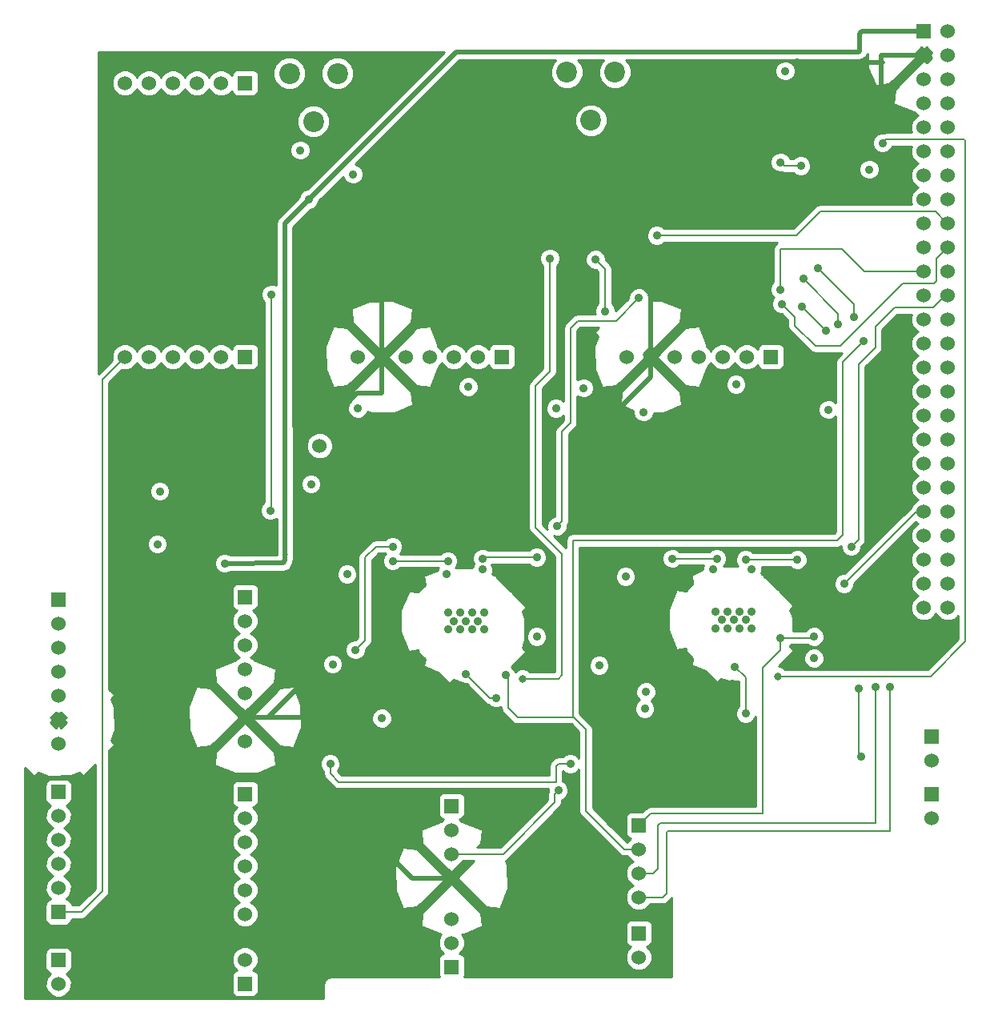
<source format=gbr>
G04 (created by PCBNEW (2013-05-18 BZR 4017)-stable) date Mon 15 Dec 2014 14:04:20 GMT*
%MOIN*%
G04 Gerber Fmt 3.4, Leading zero omitted, Abs format*
%FSLAX34Y34*%
G01*
G70*
G90*
G04 APERTURE LIST*
%ADD10C,0.00590551*%
%ADD11C,0.0315*%
%ADD12C,0.06*%
%ADD13R,0.06X0.06*%
%ADD14C,0.0866*%
%ADD15C,0.0354*%
%ADD16C,0.035*%
%ADD17C,0.0198*%
%ADD18C,0.008*%
%ADD19C,0.01*%
G04 APERTURE END LIST*
G54D10*
G54D11*
X52150Y-46600D03*
X62800Y-46500D03*
G54D12*
X43708Y-36904D03*
G54D13*
X40600Y-43200D03*
G54D12*
X40600Y-44200D03*
X40600Y-45200D03*
X40600Y-46200D03*
X40600Y-47200D03*
X40600Y-48200D03*
X40600Y-49200D03*
G54D13*
X32829Y-43313D03*
G54D12*
X32829Y-44313D03*
X32829Y-45313D03*
X32829Y-46313D03*
X32829Y-47313D03*
X32829Y-48313D03*
X32829Y-49313D03*
G54D13*
X62500Y-33200D03*
G54D12*
X61500Y-33200D03*
X60500Y-33200D03*
X59500Y-33200D03*
X58500Y-33200D03*
X57500Y-33200D03*
X56500Y-33200D03*
G54D13*
X51300Y-33200D03*
G54D12*
X50300Y-33200D03*
X49300Y-33200D03*
X48300Y-33200D03*
X47300Y-33200D03*
X46300Y-33200D03*
X45300Y-33200D03*
G54D13*
X40600Y-21800D03*
G54D12*
X39600Y-21800D03*
X38600Y-21800D03*
X37600Y-21800D03*
X36600Y-21800D03*
X35600Y-21800D03*
G54D13*
X57000Y-52700D03*
G54D12*
X57000Y-53700D03*
X57000Y-54700D03*
X57000Y-55700D03*
G54D13*
X49200Y-51900D03*
G54D12*
X49200Y-52900D03*
X49200Y-53900D03*
X49200Y-54900D03*
G54D13*
X32829Y-58313D03*
G54D12*
X32829Y-59313D03*
G54D13*
X57000Y-57200D03*
G54D12*
X57000Y-58200D03*
G54D13*
X69200Y-51400D03*
G54D12*
X69200Y-52400D03*
G54D13*
X69200Y-49000D03*
G54D12*
X69200Y-50000D03*
G54D13*
X68874Y-19639D03*
G54D12*
X69874Y-19639D03*
X68874Y-24639D03*
X69874Y-20639D03*
X68874Y-25639D03*
X69874Y-21639D03*
X68874Y-26639D03*
X69874Y-22639D03*
X68874Y-27639D03*
X69874Y-23639D03*
X68874Y-28639D03*
X69874Y-24639D03*
X68874Y-29639D03*
X69874Y-25639D03*
X68874Y-30639D03*
X69874Y-26639D03*
X68874Y-31639D03*
X69874Y-27639D03*
X68874Y-32639D03*
X69874Y-28639D03*
X68874Y-33639D03*
X69874Y-29639D03*
X68874Y-34639D03*
X69874Y-30639D03*
X69874Y-31639D03*
X68874Y-35639D03*
X69874Y-32639D03*
X69874Y-34639D03*
X69874Y-35639D03*
X69874Y-36639D03*
X69874Y-37639D03*
X68874Y-36639D03*
X68874Y-37639D03*
X68874Y-20639D03*
X68874Y-21639D03*
X68874Y-22639D03*
X68874Y-23639D03*
X68874Y-38639D03*
X69874Y-38639D03*
X69874Y-33639D03*
X68874Y-39639D03*
X69874Y-39639D03*
X68874Y-40639D03*
X69874Y-40639D03*
X68874Y-41639D03*
X69874Y-41639D03*
X68874Y-42639D03*
X69874Y-42639D03*
X68874Y-43639D03*
X69874Y-43639D03*
G54D13*
X32829Y-51313D03*
G54D12*
X32829Y-52313D03*
X32829Y-53313D03*
X32829Y-54313D03*
G54D13*
X32829Y-56313D03*
G54D12*
X32829Y-55313D03*
G54D13*
X40600Y-33200D03*
G54D12*
X39600Y-33200D03*
X38600Y-33200D03*
X37600Y-33200D03*
X36600Y-33200D03*
X35600Y-33200D03*
G54D13*
X40600Y-51400D03*
G54D12*
X40600Y-52400D03*
X40600Y-53400D03*
X40600Y-54400D03*
X40600Y-55400D03*
X40600Y-56400D03*
G54D13*
X49200Y-58600D03*
G54D12*
X49200Y-57600D03*
X49200Y-56600D03*
G54D13*
X40600Y-59300D03*
G54D12*
X40600Y-58300D03*
G54D14*
X43450Y-23400D03*
X44450Y-21400D03*
X42450Y-21400D03*
X55000Y-23350D03*
X56000Y-21350D03*
X54000Y-21350D03*
G54D15*
X49050Y-43850D03*
X49550Y-43850D03*
X50050Y-43850D03*
X50550Y-43850D03*
X49300Y-44200D03*
X49800Y-44200D03*
X50300Y-44200D03*
X49050Y-44550D03*
X49550Y-44550D03*
X50050Y-44550D03*
X50550Y-44550D03*
X60200Y-43800D03*
X60700Y-43800D03*
X61200Y-43800D03*
X61700Y-43800D03*
X60450Y-44150D03*
X60950Y-44150D03*
X61450Y-44150D03*
X60200Y-44500D03*
X60700Y-44500D03*
X61200Y-44500D03*
X61700Y-44500D03*
G54D16*
X53000Y-50350D03*
X44800Y-48200D03*
X49550Y-49800D03*
X49550Y-48000D03*
X50800Y-48000D03*
X49800Y-47250D03*
X42750Y-40700D03*
X61050Y-48750D03*
X60900Y-46800D03*
X60650Y-49750D03*
X60600Y-47400D03*
X66750Y-26500D03*
X62400Y-26500D03*
X63600Y-20950D03*
X44100Y-35850D03*
X44200Y-28650D03*
X54450Y-37100D03*
X39750Y-41800D03*
X43250Y-26650D03*
X65300Y-31850D03*
X63850Y-29950D03*
X66150Y-47000D03*
X66250Y-49850D03*
X65550Y-42650D03*
X53650Y-51250D03*
X65950Y-31550D03*
X64450Y-29500D03*
X55600Y-31300D03*
X55200Y-29150D03*
X57750Y-28150D03*
X67150Y-24300D03*
X63800Y-31100D03*
X62900Y-44900D03*
X64300Y-44850D03*
X64800Y-32100D03*
X53600Y-40250D03*
X62950Y-31000D03*
X57000Y-30750D03*
X54150Y-50150D03*
X65850Y-41100D03*
X44150Y-50150D03*
X46750Y-41100D03*
X45200Y-45400D03*
X41650Y-39600D03*
X41700Y-30600D03*
X62900Y-30400D03*
X62900Y-25100D03*
X53300Y-29100D03*
X63750Y-25250D03*
X66350Y-32550D03*
X51450Y-46450D03*
X66850Y-46950D03*
X67450Y-46950D03*
X46300Y-48250D03*
X52750Y-44850D03*
X44850Y-42250D03*
X45300Y-35350D03*
X53550Y-35350D03*
X49900Y-34450D03*
X36950Y-41000D03*
X43350Y-38500D03*
X64300Y-45750D03*
X66600Y-25400D03*
X63100Y-21300D03*
X42900Y-24600D03*
X57250Y-47850D03*
X64900Y-35400D03*
X57200Y-35500D03*
X61050Y-34350D03*
X56450Y-42350D03*
X45100Y-25600D03*
X54700Y-34500D03*
X50500Y-41600D03*
X52750Y-41550D03*
X58400Y-41600D03*
X60250Y-41600D03*
X61450Y-48050D03*
X61000Y-46100D03*
X46750Y-41700D03*
X49050Y-41700D03*
X63600Y-41650D03*
X61450Y-41650D03*
X51050Y-47400D03*
X49800Y-46400D03*
X57300Y-47150D03*
X50500Y-42050D03*
X49000Y-42250D03*
X44250Y-46000D03*
X55350Y-46050D03*
X37050Y-38800D03*
X61700Y-42050D03*
X60100Y-42050D03*
G54D17*
X43250Y-48200D02*
X43250Y-50600D01*
X47550Y-54900D02*
X49200Y-54900D01*
X43250Y-50600D02*
X47550Y-54900D01*
X57097Y-29199D02*
X57097Y-29397D01*
X57500Y-29800D02*
X57200Y-29500D01*
X57500Y-33200D02*
X57500Y-29800D01*
X57100Y-26600D02*
X57200Y-26500D01*
X57100Y-26600D02*
X57097Y-29199D01*
X57097Y-29397D02*
X57200Y-29500D01*
X57200Y-26500D02*
X55300Y-26500D01*
X55250Y-26550D02*
X46300Y-26550D01*
X46300Y-26550D02*
X46300Y-28700D01*
X55300Y-26500D02*
X55250Y-26550D01*
X44800Y-48200D02*
X44800Y-50300D01*
X44850Y-50350D02*
X53000Y-50350D01*
X44800Y-50300D02*
X44850Y-50350D01*
X44800Y-48200D02*
X43250Y-48200D01*
X43250Y-48200D02*
X41450Y-48200D01*
G54D18*
X49550Y-48000D02*
X49550Y-49800D01*
X50800Y-48000D02*
X50050Y-47250D01*
X50050Y-47250D02*
X49800Y-47250D01*
G54D17*
X40600Y-48200D02*
X41450Y-48200D01*
X41450Y-48200D02*
X41550Y-48200D01*
X42750Y-47000D02*
X42750Y-40700D01*
X41550Y-48200D02*
X42750Y-47000D01*
X63600Y-20950D02*
X67100Y-20950D01*
X67100Y-20950D02*
X67150Y-20950D01*
X67150Y-20950D02*
X67100Y-20950D01*
X62400Y-23350D02*
X67100Y-23350D01*
X62400Y-26500D02*
X62400Y-23350D01*
X67100Y-23350D02*
X67100Y-20950D01*
X67100Y-20650D02*
X67100Y-20639D01*
X67100Y-20950D02*
X67100Y-20639D01*
X67100Y-20639D02*
X67189Y-20650D01*
X67189Y-20650D02*
X67100Y-20650D01*
X62400Y-26500D02*
X57200Y-26500D01*
X44100Y-35850D02*
X43300Y-35850D01*
X43300Y-35850D02*
X42750Y-36400D01*
X42750Y-36400D02*
X42750Y-40700D01*
G54D18*
X61050Y-46950D02*
X61050Y-48750D01*
X60900Y-46800D02*
X61050Y-46950D01*
X60650Y-47450D02*
X60650Y-49750D01*
X60600Y-47400D02*
X60650Y-47450D01*
G54D17*
X62400Y-26500D02*
X66750Y-26500D01*
X68874Y-20639D02*
X67100Y-20639D01*
X44100Y-35850D02*
X45250Y-34700D01*
X45250Y-34700D02*
X46300Y-34700D01*
X46300Y-34700D02*
X46300Y-33200D01*
X46300Y-33200D02*
X46300Y-28700D01*
X46300Y-28700D02*
X46300Y-28650D01*
X46350Y-28650D02*
X44200Y-28650D01*
X54400Y-37050D02*
X54400Y-37150D01*
X54450Y-37100D02*
X54400Y-37050D01*
X57500Y-33200D02*
X57500Y-34050D01*
X57500Y-34050D02*
X54400Y-37150D01*
X39750Y-41800D02*
X42200Y-41790D01*
X42200Y-41790D02*
X42266Y-41627D01*
G54D18*
X42266Y-41627D02*
X42350Y-41400D01*
X42350Y-41400D02*
X42266Y-41627D01*
G54D17*
X68874Y-19639D02*
X66311Y-19639D01*
X49400Y-20500D02*
X43250Y-26650D01*
X66150Y-20500D02*
X49400Y-20500D01*
X66200Y-20450D02*
X66150Y-20500D01*
X66200Y-19750D02*
X66200Y-20450D01*
X66311Y-19639D02*
X66200Y-19750D01*
X42250Y-30850D02*
X42250Y-27649D01*
X42250Y-27649D02*
X43250Y-26650D01*
X42266Y-41627D02*
X42266Y-41627D01*
X42266Y-41627D02*
X42250Y-30850D01*
X42250Y-30850D02*
X42250Y-30850D01*
G54D18*
X65300Y-31400D02*
X65300Y-31850D01*
X63850Y-29950D02*
X65300Y-31400D01*
X66150Y-49750D02*
X66150Y-47000D01*
X66250Y-49850D02*
X66150Y-49750D01*
X68561Y-39639D02*
X65550Y-42650D01*
X68874Y-39639D02*
X68561Y-39639D01*
X51350Y-53900D02*
X49200Y-53900D01*
X53500Y-51750D02*
X51350Y-53900D01*
X53500Y-51400D02*
X53500Y-51750D01*
X53650Y-51250D02*
X53500Y-51400D01*
X65950Y-31000D02*
X65950Y-31550D01*
X64450Y-29500D02*
X65950Y-31000D01*
X55600Y-29550D02*
X55600Y-31300D01*
X55200Y-29150D02*
X55600Y-29550D01*
X69874Y-27639D02*
X69839Y-27639D01*
X64550Y-27150D02*
X63550Y-28150D01*
X69350Y-27150D02*
X64550Y-27150D01*
X69839Y-27639D02*
X69350Y-27150D01*
X63550Y-28150D02*
X57750Y-28150D01*
X67150Y-24300D02*
X67300Y-24150D01*
X69150Y-46500D02*
X67148Y-46500D01*
X70600Y-45050D02*
X69150Y-46500D01*
X70600Y-24200D02*
X70600Y-45050D01*
X70550Y-24150D02*
X70600Y-24200D01*
X67300Y-24150D02*
X70550Y-24150D01*
X65450Y-46500D02*
X65550Y-46500D01*
X65450Y-46500D02*
X62800Y-46500D01*
X65550Y-46500D02*
X67148Y-46500D01*
X62150Y-52200D02*
X57500Y-52200D01*
X62900Y-45400D02*
X62150Y-46150D01*
X62150Y-46150D02*
X62150Y-52200D01*
X62900Y-44900D02*
X62900Y-45400D01*
X57500Y-52200D02*
X57000Y-52700D01*
X63800Y-31100D02*
X64800Y-32100D01*
X64250Y-44900D02*
X62900Y-44900D01*
X64300Y-44850D02*
X64250Y-44900D01*
X54150Y-35950D02*
X54150Y-32000D01*
X53600Y-40250D02*
X53800Y-40050D01*
X53800Y-40050D02*
X53800Y-36300D01*
X53800Y-36300D02*
X54150Y-35950D01*
X69400Y-29113D02*
X69874Y-28639D01*
X69400Y-30050D02*
X69400Y-29113D01*
X69300Y-30150D02*
X69400Y-30050D01*
X68000Y-30150D02*
X69300Y-30150D01*
X65400Y-32750D02*
X68000Y-30150D01*
X64350Y-32750D02*
X65400Y-32750D01*
X63500Y-31900D02*
X64350Y-32750D01*
X63500Y-31550D02*
X63500Y-31900D01*
X62950Y-31000D02*
X63500Y-31550D01*
X56050Y-31700D02*
X57000Y-30750D01*
X54450Y-31700D02*
X56050Y-31700D01*
X54150Y-32000D02*
X54450Y-31700D01*
X44500Y-50900D02*
X53550Y-50900D01*
X44150Y-50150D02*
X44150Y-50550D01*
X44150Y-50550D02*
X44500Y-50900D01*
X53650Y-50150D02*
X53550Y-50250D01*
X53550Y-50250D02*
X53550Y-50800D01*
X53550Y-50800D02*
X53550Y-50900D01*
X53650Y-50150D02*
X54150Y-50150D01*
X69874Y-30639D02*
X69761Y-30639D01*
X66150Y-40800D02*
X65850Y-41100D01*
X66150Y-33500D02*
X66150Y-40800D01*
X66850Y-32800D02*
X66150Y-33500D01*
X66850Y-31950D02*
X66850Y-32800D01*
X67650Y-31150D02*
X66850Y-31950D01*
X69250Y-31150D02*
X67650Y-31150D01*
X69761Y-30639D02*
X69250Y-31150D01*
X44150Y-50150D02*
X44100Y-50200D01*
X46050Y-41100D02*
X46750Y-41100D01*
X45600Y-41550D02*
X46050Y-41100D01*
X45600Y-45000D02*
X45600Y-41550D01*
X45200Y-45400D02*
X45600Y-45000D01*
X41650Y-39600D02*
X41700Y-39550D01*
X41700Y-39550D02*
X41700Y-30600D01*
X66389Y-29639D02*
X68874Y-29639D01*
X65450Y-28700D02*
X66389Y-29639D01*
X62900Y-28700D02*
X65450Y-28700D01*
X62900Y-30400D02*
X62900Y-28700D01*
X52700Y-37250D02*
X52700Y-34400D01*
X53300Y-33700D02*
X53300Y-29100D01*
X63050Y-25250D02*
X63750Y-25250D01*
X62900Y-25100D02*
X63050Y-25250D01*
X53300Y-33800D02*
X53300Y-33700D01*
X52700Y-34400D02*
X53300Y-33800D01*
X52700Y-37350D02*
X52700Y-37250D01*
X52700Y-37250D02*
X52700Y-37200D01*
X53800Y-41400D02*
X52700Y-40300D01*
X52700Y-40300D02*
X52700Y-37350D01*
X53650Y-46600D02*
X53800Y-46450D01*
X53650Y-46600D02*
X52150Y-46600D01*
X53800Y-46450D02*
X53800Y-41400D01*
X54250Y-41000D02*
X54250Y-48200D01*
X54250Y-40850D02*
X54250Y-41000D01*
X65250Y-40850D02*
X54250Y-40850D01*
X65500Y-40600D02*
X65250Y-40850D01*
X65500Y-33400D02*
X65500Y-40600D01*
X66350Y-32550D02*
X65500Y-33400D01*
X56400Y-53700D02*
X57000Y-53700D01*
X54800Y-52100D02*
X56400Y-53700D01*
X54800Y-48700D02*
X54800Y-52100D01*
X54300Y-48200D02*
X54800Y-48700D01*
X51950Y-48200D02*
X54300Y-48200D01*
X51550Y-47800D02*
X51950Y-48200D01*
X51550Y-46550D02*
X51550Y-47800D01*
X51450Y-46450D02*
X51550Y-46550D01*
X57000Y-54700D02*
X57600Y-54700D01*
X66850Y-52550D02*
X66850Y-46950D01*
X66850Y-52600D02*
X66850Y-52550D01*
X57900Y-52600D02*
X66850Y-52600D01*
X57800Y-52700D02*
X57900Y-52600D01*
X57800Y-54500D02*
X57800Y-52700D01*
X57600Y-54700D02*
X57800Y-54500D01*
X57000Y-55700D02*
X58000Y-55700D01*
X67450Y-52850D02*
X67450Y-46950D01*
X67450Y-52950D02*
X67450Y-52850D01*
X58200Y-52950D02*
X67450Y-52950D01*
X58150Y-53000D02*
X58200Y-52950D01*
X58150Y-55550D02*
X58150Y-53000D01*
X58000Y-55700D02*
X58150Y-55550D01*
X50500Y-41600D02*
X50550Y-41550D01*
X50550Y-41550D02*
X52750Y-41550D01*
X60250Y-41600D02*
X58400Y-41600D01*
X61450Y-46550D02*
X61450Y-48050D01*
X61000Y-46100D02*
X61450Y-46550D01*
X46750Y-41700D02*
X49050Y-41700D01*
X61450Y-41650D02*
X63600Y-41650D01*
X50800Y-47400D02*
X51050Y-47400D01*
X49800Y-46400D02*
X50800Y-47400D01*
X32829Y-56313D02*
X33787Y-56313D01*
X34650Y-34150D02*
X35600Y-33200D01*
X34650Y-55450D02*
X34650Y-34150D01*
X33787Y-56313D02*
X34650Y-55450D01*
G54D10*
G36*
X33147Y-48419D02*
X32935Y-48631D01*
X32829Y-48525D01*
X32722Y-48631D01*
X32510Y-48419D01*
X32616Y-48313D01*
X32510Y-48206D01*
X32722Y-47994D01*
X32829Y-48100D01*
X32935Y-47994D01*
X33147Y-48206D01*
X33041Y-48313D01*
X33147Y-48419D01*
X33147Y-48419D01*
G37*
G54D19*
X33147Y-48419D02*
X32935Y-48631D01*
X32829Y-48525D01*
X32722Y-48631D01*
X32510Y-48419D01*
X32616Y-48313D01*
X32510Y-48206D01*
X32722Y-47994D01*
X32829Y-48100D01*
X32935Y-47994D01*
X33147Y-48206D01*
X33041Y-48313D01*
X33147Y-48419D01*
G54D10*
G36*
X69192Y-20745D02*
X68980Y-20957D01*
X68874Y-20851D01*
X67652Y-22072D01*
X67589Y-22661D01*
X68453Y-22996D01*
X68562Y-23104D01*
X68643Y-23138D01*
X68562Y-23172D01*
X68408Y-23327D01*
X68324Y-23529D01*
X68323Y-23747D01*
X68370Y-23860D01*
X67300Y-23860D01*
X67224Y-23875D01*
X67065Y-23874D01*
X66909Y-23939D01*
X66789Y-24058D01*
X66725Y-24215D01*
X66724Y-24384D01*
X66789Y-24540D01*
X66908Y-24660D01*
X67065Y-24724D01*
X67234Y-24725D01*
X67390Y-24660D01*
X67510Y-24541D01*
X67552Y-24440D01*
X68361Y-24440D01*
X68324Y-24529D01*
X68323Y-24747D01*
X68407Y-24950D01*
X68562Y-25104D01*
X68643Y-25138D01*
X68562Y-25172D01*
X68408Y-25327D01*
X68324Y-25529D01*
X68323Y-25747D01*
X68407Y-25950D01*
X68562Y-26104D01*
X68643Y-26138D01*
X68562Y-26172D01*
X68408Y-26327D01*
X68324Y-26529D01*
X68323Y-26747D01*
X68370Y-26860D01*
X67025Y-26860D01*
X67025Y-25315D01*
X66960Y-25159D01*
X66841Y-25039D01*
X66684Y-24975D01*
X66515Y-24974D01*
X66359Y-25039D01*
X66239Y-25158D01*
X66175Y-25315D01*
X66174Y-25484D01*
X66239Y-25640D01*
X66358Y-25760D01*
X66515Y-25824D01*
X66684Y-25825D01*
X66840Y-25760D01*
X66960Y-25641D01*
X67024Y-25484D01*
X67025Y-25315D01*
X67025Y-26860D01*
X64550Y-26860D01*
X64439Y-26882D01*
X64344Y-26944D01*
X64175Y-27114D01*
X64175Y-25165D01*
X64110Y-25009D01*
X63991Y-24889D01*
X63834Y-24825D01*
X63665Y-24824D01*
X63525Y-24883D01*
X63525Y-21215D01*
X63460Y-21059D01*
X63341Y-20939D01*
X63184Y-20875D01*
X63015Y-20874D01*
X62859Y-20939D01*
X62739Y-21058D01*
X62675Y-21215D01*
X62674Y-21384D01*
X62739Y-21540D01*
X62858Y-21660D01*
X63015Y-21724D01*
X63184Y-21725D01*
X63340Y-21660D01*
X63460Y-21541D01*
X63524Y-21384D01*
X63525Y-21215D01*
X63525Y-24883D01*
X63509Y-24889D01*
X63438Y-24960D01*
X63302Y-24960D01*
X63260Y-24859D01*
X63141Y-24739D01*
X62984Y-24675D01*
X62815Y-24674D01*
X62659Y-24739D01*
X62539Y-24858D01*
X62475Y-25015D01*
X62474Y-25184D01*
X62539Y-25340D01*
X62658Y-25460D01*
X62815Y-25524D01*
X62974Y-25525D01*
X63050Y-25540D01*
X63438Y-25540D01*
X63508Y-25610D01*
X63665Y-25674D01*
X63834Y-25675D01*
X63990Y-25610D01*
X64110Y-25491D01*
X64174Y-25334D01*
X64175Y-25165D01*
X64175Y-27114D01*
X63429Y-27860D01*
X58061Y-27860D01*
X57991Y-27789D01*
X57834Y-27725D01*
X57665Y-27724D01*
X57509Y-27789D01*
X57389Y-27908D01*
X57325Y-28065D01*
X57324Y-28234D01*
X57389Y-28390D01*
X57508Y-28510D01*
X57665Y-28574D01*
X57834Y-28575D01*
X57990Y-28510D01*
X58061Y-28440D01*
X62777Y-28440D01*
X62694Y-28494D01*
X62632Y-28589D01*
X62610Y-28700D01*
X62610Y-30088D01*
X62539Y-30158D01*
X62475Y-30315D01*
X62474Y-30484D01*
X62539Y-30640D01*
X62623Y-30724D01*
X62589Y-30758D01*
X62525Y-30915D01*
X62524Y-31084D01*
X62589Y-31240D01*
X62708Y-31360D01*
X62865Y-31424D01*
X62964Y-31425D01*
X63210Y-31670D01*
X63210Y-31900D01*
X63232Y-32010D01*
X63294Y-32105D01*
X64144Y-32955D01*
X64239Y-33017D01*
X64350Y-33040D01*
X65400Y-33040D01*
X65462Y-33027D01*
X65294Y-33194D01*
X65232Y-33289D01*
X65210Y-33400D01*
X65210Y-35108D01*
X65141Y-35039D01*
X64984Y-34975D01*
X64815Y-34974D01*
X64659Y-35039D01*
X64539Y-35158D01*
X64475Y-35315D01*
X64474Y-35484D01*
X64539Y-35640D01*
X64658Y-35760D01*
X64815Y-35824D01*
X64984Y-35825D01*
X65140Y-35760D01*
X65210Y-35691D01*
X65210Y-40479D01*
X65129Y-40560D01*
X63050Y-40560D01*
X63050Y-33450D01*
X63050Y-32850D01*
X63012Y-32758D01*
X62941Y-32688D01*
X62849Y-32650D01*
X62750Y-32649D01*
X62150Y-32649D01*
X62058Y-32687D01*
X61988Y-32758D01*
X61950Y-32850D01*
X61950Y-32872D01*
X61811Y-32734D01*
X61609Y-32650D01*
X61391Y-32649D01*
X61188Y-32733D01*
X61034Y-32888D01*
X61000Y-32969D01*
X60966Y-32888D01*
X60811Y-32734D01*
X60609Y-32650D01*
X60391Y-32649D01*
X60188Y-32733D01*
X60034Y-32888D01*
X60000Y-32969D01*
X59966Y-32888D01*
X59840Y-32762D01*
X59838Y-32677D01*
X59522Y-31915D01*
X58933Y-31978D01*
X57712Y-33200D01*
X58933Y-34421D01*
X59522Y-34484D01*
X59857Y-33620D01*
X59965Y-33511D01*
X59999Y-33430D01*
X60033Y-33511D01*
X60188Y-33665D01*
X60390Y-33749D01*
X60608Y-33750D01*
X60811Y-33666D01*
X60965Y-33511D01*
X60999Y-33430D01*
X61033Y-33511D01*
X61188Y-33665D01*
X61390Y-33749D01*
X61608Y-33750D01*
X61811Y-33666D01*
X61949Y-33527D01*
X61949Y-33549D01*
X61987Y-33641D01*
X62058Y-33711D01*
X62150Y-33749D01*
X62249Y-33750D01*
X62849Y-33750D01*
X62941Y-33712D01*
X63011Y-33641D01*
X63049Y-33549D01*
X63050Y-33450D01*
X63050Y-40560D01*
X61475Y-40560D01*
X61475Y-34265D01*
X61410Y-34109D01*
X61291Y-33989D01*
X61134Y-33925D01*
X60965Y-33924D01*
X60809Y-33989D01*
X60689Y-34108D01*
X60625Y-34265D01*
X60624Y-34434D01*
X60689Y-34590D01*
X60808Y-34710D01*
X60965Y-34774D01*
X61134Y-34775D01*
X61290Y-34710D01*
X61410Y-34591D01*
X61474Y-34434D01*
X61475Y-34265D01*
X61475Y-40560D01*
X58784Y-40560D01*
X58784Y-35222D01*
X58721Y-34633D01*
X57500Y-33412D01*
X56278Y-34633D01*
X56215Y-35222D01*
X56775Y-35439D01*
X56774Y-35584D01*
X56839Y-35740D01*
X56958Y-35860D01*
X57115Y-35924D01*
X57284Y-35925D01*
X57440Y-35860D01*
X57560Y-35741D01*
X57624Y-35584D01*
X57624Y-35547D01*
X58022Y-35538D01*
X58784Y-35222D01*
X58784Y-40560D01*
X54250Y-40560D01*
X54139Y-40582D01*
X54044Y-40644D01*
X53982Y-40739D01*
X53960Y-40850D01*
X53960Y-41000D01*
X53960Y-41149D01*
X53463Y-40653D01*
X53515Y-40674D01*
X53684Y-40675D01*
X53840Y-40610D01*
X53960Y-40491D01*
X54024Y-40334D01*
X54025Y-40225D01*
X54067Y-40160D01*
X54090Y-40050D01*
X54090Y-36420D01*
X54355Y-36155D01*
X54355Y-36155D01*
X54355Y-36155D01*
X54417Y-36060D01*
X54440Y-35950D01*
X54439Y-35950D01*
X54440Y-35950D01*
X54440Y-34841D01*
X54458Y-34860D01*
X54615Y-34924D01*
X54784Y-34925D01*
X54940Y-34860D01*
X55060Y-34741D01*
X55124Y-34584D01*
X55125Y-34415D01*
X55060Y-34259D01*
X54941Y-34139D01*
X54784Y-34075D01*
X54615Y-34074D01*
X54459Y-34139D01*
X54440Y-34159D01*
X54440Y-32120D01*
X54570Y-31990D01*
X55322Y-31990D01*
X55134Y-32178D01*
X55308Y-32351D01*
X55139Y-32787D01*
X55161Y-33722D01*
X55477Y-34484D01*
X56066Y-34421D01*
X57287Y-33200D01*
X57181Y-33093D01*
X57393Y-32881D01*
X57500Y-32987D01*
X58721Y-31766D01*
X58784Y-31177D01*
X57912Y-30839D01*
X57418Y-30851D01*
X57424Y-30834D01*
X57425Y-30665D01*
X57360Y-30509D01*
X57241Y-30389D01*
X57084Y-30325D01*
X56915Y-30324D01*
X56759Y-30389D01*
X56639Y-30508D01*
X56575Y-30665D01*
X56574Y-30764D01*
X56491Y-30848D01*
X56478Y-30834D01*
X56025Y-31287D01*
X56025Y-31215D01*
X55960Y-31059D01*
X55890Y-30988D01*
X55890Y-29550D01*
X55889Y-29549D01*
X55890Y-29549D01*
X55886Y-29531D01*
X55867Y-29439D01*
X55805Y-29344D01*
X55805Y-29344D01*
X55683Y-29222D01*
X55683Y-23214D01*
X55579Y-22963D01*
X55387Y-22771D01*
X55136Y-22667D01*
X54864Y-22666D01*
X54613Y-22770D01*
X54421Y-22962D01*
X54317Y-23213D01*
X54316Y-23485D01*
X54420Y-23736D01*
X54612Y-23928D01*
X54863Y-24032D01*
X55135Y-24033D01*
X55386Y-23929D01*
X55578Y-23737D01*
X55682Y-23486D01*
X55683Y-23214D01*
X55683Y-29222D01*
X55624Y-29164D01*
X55625Y-29065D01*
X55560Y-28909D01*
X55441Y-28789D01*
X55284Y-28725D01*
X55115Y-28724D01*
X54959Y-28789D01*
X54839Y-28908D01*
X54775Y-29065D01*
X54774Y-29234D01*
X54839Y-29390D01*
X54958Y-29510D01*
X55115Y-29574D01*
X55214Y-29575D01*
X55310Y-29670D01*
X55310Y-30988D01*
X55239Y-31058D01*
X55175Y-31215D01*
X55174Y-31384D01*
X55185Y-31410D01*
X54450Y-31410D01*
X54449Y-31410D01*
X54339Y-31432D01*
X54244Y-31494D01*
X54244Y-31494D01*
X53944Y-31794D01*
X53882Y-31889D01*
X53860Y-32000D01*
X53860Y-35058D01*
X53791Y-34989D01*
X53634Y-34925D01*
X53465Y-34924D01*
X53309Y-34989D01*
X53189Y-35108D01*
X53125Y-35265D01*
X53124Y-35434D01*
X53189Y-35590D01*
X53308Y-35710D01*
X53465Y-35774D01*
X53634Y-35775D01*
X53790Y-35710D01*
X53860Y-35641D01*
X53860Y-35829D01*
X53594Y-36094D01*
X53532Y-36189D01*
X53510Y-36300D01*
X53510Y-39827D01*
X53359Y-39889D01*
X53239Y-40008D01*
X53175Y-40165D01*
X53174Y-40334D01*
X53196Y-40386D01*
X52990Y-40179D01*
X52990Y-37350D01*
X52990Y-37250D01*
X52990Y-37200D01*
X52990Y-34520D01*
X53505Y-34005D01*
X53567Y-33910D01*
X53590Y-33800D01*
X53590Y-33700D01*
X53590Y-29411D01*
X53660Y-29341D01*
X53724Y-29184D01*
X53725Y-29015D01*
X53660Y-28859D01*
X53541Y-28739D01*
X53384Y-28675D01*
X53215Y-28674D01*
X53059Y-28739D01*
X52939Y-28858D01*
X52875Y-29015D01*
X52874Y-29184D01*
X52939Y-29340D01*
X53010Y-29411D01*
X53010Y-33679D01*
X52494Y-34194D01*
X52432Y-34289D01*
X52410Y-34400D01*
X52410Y-37200D01*
X52410Y-37250D01*
X52410Y-37350D01*
X52410Y-40300D01*
X52432Y-40410D01*
X52494Y-40505D01*
X53510Y-41520D01*
X53510Y-46310D01*
X53175Y-46310D01*
X53175Y-44765D01*
X53110Y-44609D01*
X52991Y-44489D01*
X52834Y-44425D01*
X52665Y-44424D01*
X52509Y-44489D01*
X52389Y-44608D01*
X52325Y-44765D01*
X52324Y-44934D01*
X52389Y-45090D01*
X52508Y-45210D01*
X52665Y-45274D01*
X52834Y-45275D01*
X52990Y-45210D01*
X53110Y-45091D01*
X53174Y-44934D01*
X53175Y-44765D01*
X53175Y-46310D01*
X52436Y-46310D01*
X52381Y-46254D01*
X52231Y-46192D01*
X52069Y-46192D01*
X51919Y-46254D01*
X51855Y-46318D01*
X51810Y-46209D01*
X51705Y-46104D01*
X52326Y-45483D01*
X52147Y-45304D01*
X52276Y-44993D01*
X52277Y-44107D01*
X52147Y-43795D01*
X52326Y-43616D01*
X51716Y-43006D01*
X51688Y-42939D01*
X51687Y-42937D01*
X51652Y-42942D01*
X51057Y-42347D01*
X51062Y-42312D01*
X50993Y-42284D01*
X50983Y-42273D01*
X50978Y-42277D01*
X50882Y-42237D01*
X50924Y-42134D01*
X50925Y-41965D01*
X50873Y-41840D01*
X52438Y-41840D01*
X52508Y-41910D01*
X52665Y-41974D01*
X52834Y-41975D01*
X52990Y-41910D01*
X53110Y-41791D01*
X53174Y-41634D01*
X53175Y-41465D01*
X53110Y-41309D01*
X52991Y-41189D01*
X52834Y-41125D01*
X52665Y-41124D01*
X52509Y-41189D01*
X52438Y-41260D01*
X51850Y-41260D01*
X51850Y-33450D01*
X51850Y-32850D01*
X51812Y-32758D01*
X51741Y-32688D01*
X51649Y-32650D01*
X51550Y-32649D01*
X50950Y-32649D01*
X50858Y-32687D01*
X50788Y-32758D01*
X50750Y-32850D01*
X50750Y-32872D01*
X50611Y-32734D01*
X50409Y-32650D01*
X50191Y-32649D01*
X49988Y-32733D01*
X49834Y-32888D01*
X49800Y-32969D01*
X49766Y-32888D01*
X49611Y-32734D01*
X49409Y-32650D01*
X49191Y-32649D01*
X48988Y-32733D01*
X48834Y-32888D01*
X48800Y-32969D01*
X48766Y-32888D01*
X48640Y-32762D01*
X48638Y-32677D01*
X48322Y-31915D01*
X47733Y-31978D01*
X47584Y-32127D01*
X47584Y-31177D01*
X46712Y-30839D01*
X45777Y-30861D01*
X45015Y-31177D01*
X45078Y-31766D01*
X46300Y-32987D01*
X47521Y-31766D01*
X47584Y-31177D01*
X47584Y-32127D01*
X46512Y-33200D01*
X47733Y-34421D01*
X48322Y-34484D01*
X48657Y-33620D01*
X48765Y-33511D01*
X48799Y-33430D01*
X48833Y-33511D01*
X48988Y-33665D01*
X49190Y-33749D01*
X49408Y-33750D01*
X49611Y-33666D01*
X49765Y-33511D01*
X49799Y-33430D01*
X49833Y-33511D01*
X49988Y-33665D01*
X50190Y-33749D01*
X50408Y-33750D01*
X50611Y-33666D01*
X50749Y-33527D01*
X50749Y-33549D01*
X50787Y-33641D01*
X50858Y-33711D01*
X50950Y-33749D01*
X51049Y-33750D01*
X51649Y-33750D01*
X51741Y-33712D01*
X51811Y-33641D01*
X51849Y-33549D01*
X51850Y-33450D01*
X51850Y-41260D01*
X50761Y-41260D01*
X50741Y-41239D01*
X50584Y-41175D01*
X50415Y-41174D01*
X50325Y-41212D01*
X50325Y-34365D01*
X50260Y-34209D01*
X50141Y-34089D01*
X49984Y-34025D01*
X49815Y-34024D01*
X49659Y-34089D01*
X49539Y-34208D01*
X49475Y-34365D01*
X49474Y-34534D01*
X49539Y-34690D01*
X49658Y-34810D01*
X49815Y-34874D01*
X49984Y-34875D01*
X50140Y-34810D01*
X50260Y-34691D01*
X50324Y-34534D01*
X50325Y-34365D01*
X50325Y-41212D01*
X50259Y-41239D01*
X50139Y-41358D01*
X50075Y-41515D01*
X50074Y-41684D01*
X50133Y-41825D01*
X50075Y-41965D01*
X50075Y-41973D01*
X49378Y-41972D01*
X49410Y-41941D01*
X49474Y-41784D01*
X49475Y-41615D01*
X49410Y-41459D01*
X49291Y-41339D01*
X49134Y-41275D01*
X48965Y-41274D01*
X48809Y-41339D01*
X48738Y-41410D01*
X47584Y-41410D01*
X47584Y-35222D01*
X47521Y-34633D01*
X46300Y-33412D01*
X46087Y-33624D01*
X46087Y-33200D01*
X44866Y-31978D01*
X44277Y-31915D01*
X43939Y-32787D01*
X43961Y-33722D01*
X44277Y-34484D01*
X44866Y-34421D01*
X46087Y-33200D01*
X46087Y-33624D01*
X45078Y-34633D01*
X45038Y-35010D01*
X44939Y-35108D01*
X44875Y-35265D01*
X44874Y-35434D01*
X44939Y-35590D01*
X45058Y-35710D01*
X45215Y-35774D01*
X45384Y-35775D01*
X45540Y-35710D01*
X45660Y-35591D01*
X45702Y-35488D01*
X45887Y-35560D01*
X46822Y-35538D01*
X47584Y-35222D01*
X47584Y-41410D01*
X47061Y-41410D01*
X47051Y-41400D01*
X47110Y-41341D01*
X47174Y-41184D01*
X47175Y-41015D01*
X47110Y-40859D01*
X46991Y-40739D01*
X46834Y-40675D01*
X46665Y-40674D01*
X46509Y-40739D01*
X46438Y-40810D01*
X46050Y-40810D01*
X45939Y-40832D01*
X45844Y-40894D01*
X45394Y-41344D01*
X45332Y-41439D01*
X45310Y-41550D01*
X45310Y-44879D01*
X45275Y-44914D01*
X45275Y-42165D01*
X45210Y-42009D01*
X45091Y-41889D01*
X44934Y-41825D01*
X44765Y-41824D01*
X44609Y-41889D01*
X44489Y-42008D01*
X44425Y-42165D01*
X44424Y-42334D01*
X44489Y-42490D01*
X44608Y-42610D01*
X44765Y-42674D01*
X44934Y-42675D01*
X45090Y-42610D01*
X45210Y-42491D01*
X45274Y-42334D01*
X45275Y-42165D01*
X45275Y-44914D01*
X45214Y-44975D01*
X45115Y-44974D01*
X44959Y-45039D01*
X44839Y-45158D01*
X44775Y-45315D01*
X44774Y-45484D01*
X44839Y-45640D01*
X44958Y-45760D01*
X45115Y-45824D01*
X45284Y-45825D01*
X45440Y-45760D01*
X45560Y-45641D01*
X45624Y-45484D01*
X45625Y-45385D01*
X45805Y-45205D01*
X45805Y-45205D01*
X45805Y-45205D01*
X45867Y-45110D01*
X45867Y-45110D01*
X45886Y-45018D01*
X45890Y-45000D01*
X45889Y-45000D01*
X45890Y-45000D01*
X45890Y-41670D01*
X46170Y-41390D01*
X46438Y-41390D01*
X46448Y-41399D01*
X46389Y-41458D01*
X46325Y-41615D01*
X46324Y-41784D01*
X46389Y-41940D01*
X46508Y-42060D01*
X46665Y-42124D01*
X46834Y-42125D01*
X46990Y-42060D01*
X47061Y-41990D01*
X48658Y-41990D01*
X48639Y-42008D01*
X48612Y-42074D01*
X48039Y-42311D01*
X48037Y-42312D01*
X48092Y-42697D01*
X47797Y-42992D01*
X47412Y-42937D01*
X47073Y-43756D01*
X47072Y-44642D01*
X47411Y-45460D01*
X47412Y-45462D01*
X47797Y-45407D01*
X47823Y-45433D01*
X47773Y-45483D01*
X48080Y-45790D01*
X48037Y-46087D01*
X48618Y-46328D01*
X49116Y-46826D01*
X49295Y-46647D01*
X49554Y-46755D01*
X49558Y-46760D01*
X49715Y-46824D01*
X49814Y-46825D01*
X50594Y-47605D01*
X50689Y-47667D01*
X50723Y-47674D01*
X50808Y-47760D01*
X50965Y-47824D01*
X51134Y-47825D01*
X51260Y-47773D01*
X51260Y-47800D01*
X51282Y-47910D01*
X51344Y-48005D01*
X51744Y-48405D01*
X51744Y-48405D01*
X51839Y-48467D01*
X51931Y-48486D01*
X51949Y-48490D01*
X51949Y-48489D01*
X51950Y-48490D01*
X54179Y-48490D01*
X54510Y-48820D01*
X54510Y-49909D01*
X54391Y-49789D01*
X54234Y-49725D01*
X54065Y-49724D01*
X53909Y-49789D01*
X53838Y-49860D01*
X53650Y-49860D01*
X53539Y-49882D01*
X53444Y-49944D01*
X53344Y-50044D01*
X53282Y-50139D01*
X53260Y-50250D01*
X53260Y-50610D01*
X46725Y-50610D01*
X46725Y-48165D01*
X46660Y-48009D01*
X46541Y-47889D01*
X46384Y-47825D01*
X46215Y-47824D01*
X46059Y-47889D01*
X45939Y-48008D01*
X45875Y-48165D01*
X45874Y-48334D01*
X45939Y-48490D01*
X46058Y-48610D01*
X46215Y-48674D01*
X46384Y-48675D01*
X46540Y-48610D01*
X46660Y-48491D01*
X46724Y-48334D01*
X46725Y-48165D01*
X46725Y-50610D01*
X44675Y-50610D01*
X44675Y-45915D01*
X44610Y-45759D01*
X44491Y-45639D01*
X44334Y-45575D01*
X44258Y-45575D01*
X44258Y-36795D01*
X44174Y-36592D01*
X44019Y-36438D01*
X43817Y-36354D01*
X43599Y-36353D01*
X43396Y-36437D01*
X43242Y-36592D01*
X43158Y-36794D01*
X43157Y-37012D01*
X43241Y-37215D01*
X43396Y-37369D01*
X43598Y-37453D01*
X43816Y-37454D01*
X44019Y-37370D01*
X44173Y-37215D01*
X44257Y-37013D01*
X44258Y-36795D01*
X44258Y-45575D01*
X44165Y-45574D01*
X44009Y-45639D01*
X43889Y-45758D01*
X43825Y-45915D01*
X43824Y-46084D01*
X43889Y-46240D01*
X44008Y-46360D01*
X44165Y-46424D01*
X44334Y-46425D01*
X44490Y-46360D01*
X44610Y-46241D01*
X44674Y-46084D01*
X44675Y-45915D01*
X44675Y-50610D01*
X44620Y-50610D01*
X44455Y-50445D01*
X44510Y-50391D01*
X44574Y-50234D01*
X44575Y-50065D01*
X44510Y-49909D01*
X44391Y-49789D01*
X44234Y-49725D01*
X44065Y-49724D01*
X43909Y-49789D01*
X43789Y-49908D01*
X43775Y-49944D01*
X43775Y-38415D01*
X43710Y-38259D01*
X43591Y-38139D01*
X43434Y-38075D01*
X43265Y-38074D01*
X43109Y-38139D01*
X42989Y-38258D01*
X42925Y-38415D01*
X42924Y-38584D01*
X42989Y-38740D01*
X43108Y-38860D01*
X43265Y-38924D01*
X43434Y-38925D01*
X43590Y-38860D01*
X43710Y-38741D01*
X43774Y-38584D01*
X43775Y-38415D01*
X43775Y-49944D01*
X43725Y-50065D01*
X43724Y-50234D01*
X43789Y-50390D01*
X43860Y-50461D01*
X43860Y-50550D01*
X43882Y-50660D01*
X43944Y-50755D01*
X44294Y-51105D01*
X44294Y-51105D01*
X44389Y-51167D01*
X44499Y-51190D01*
X44499Y-51189D01*
X44500Y-51190D01*
X53225Y-51190D01*
X53224Y-51324D01*
X53210Y-51400D01*
X53210Y-51629D01*
X51229Y-53610D01*
X50277Y-53610D01*
X50421Y-53466D01*
X50484Y-52877D01*
X49620Y-52542D01*
X49527Y-52450D01*
X49549Y-52450D01*
X49641Y-52412D01*
X49711Y-52341D01*
X49749Y-52249D01*
X49750Y-52150D01*
X49750Y-51550D01*
X49712Y-51458D01*
X49641Y-51388D01*
X49549Y-51350D01*
X49450Y-51349D01*
X48850Y-51349D01*
X48758Y-51387D01*
X48688Y-51458D01*
X48650Y-51550D01*
X48649Y-51649D01*
X48649Y-52249D01*
X48687Y-52341D01*
X48758Y-52411D01*
X48850Y-52449D01*
X48872Y-52449D01*
X48762Y-52559D01*
X48677Y-52561D01*
X47915Y-52877D01*
X47978Y-53466D01*
X49200Y-54687D01*
X49697Y-54190D01*
X50122Y-54190D01*
X49412Y-54900D01*
X50633Y-56121D01*
X51222Y-56184D01*
X51560Y-55312D01*
X51538Y-54377D01*
X51452Y-54169D01*
X51460Y-54167D01*
X51555Y-54105D01*
X53705Y-51955D01*
X53767Y-51860D01*
X53790Y-51750D01*
X53790Y-51652D01*
X53890Y-51610D01*
X54010Y-51491D01*
X54074Y-51334D01*
X54075Y-51165D01*
X54010Y-51009D01*
X53891Y-50889D01*
X53840Y-50868D01*
X53840Y-50800D01*
X53840Y-50441D01*
X53908Y-50510D01*
X54065Y-50574D01*
X54234Y-50575D01*
X54390Y-50510D01*
X54510Y-50391D01*
X54510Y-52100D01*
X54532Y-52210D01*
X54594Y-52305D01*
X56194Y-53905D01*
X56194Y-53905D01*
X56289Y-53967D01*
X56399Y-53990D01*
X56399Y-53989D01*
X56400Y-53990D01*
X56524Y-53990D01*
X56533Y-54011D01*
X56688Y-54165D01*
X56769Y-54199D01*
X56688Y-54233D01*
X56534Y-54388D01*
X56450Y-54590D01*
X56449Y-54808D01*
X56533Y-55011D01*
X56688Y-55165D01*
X56769Y-55199D01*
X56688Y-55233D01*
X56534Y-55388D01*
X56450Y-55590D01*
X56449Y-55808D01*
X56533Y-56011D01*
X56688Y-56165D01*
X56890Y-56249D01*
X57108Y-56250D01*
X57311Y-56166D01*
X57465Y-56011D01*
X57475Y-55990D01*
X58000Y-55990D01*
X58110Y-55967D01*
X58205Y-55905D01*
X58355Y-55755D01*
X58375Y-55725D01*
X58375Y-59025D01*
X57550Y-59025D01*
X57550Y-58091D01*
X57466Y-57888D01*
X57327Y-57750D01*
X57349Y-57750D01*
X57441Y-57712D01*
X57511Y-57641D01*
X57549Y-57549D01*
X57550Y-57450D01*
X57550Y-56850D01*
X57512Y-56758D01*
X57441Y-56688D01*
X57349Y-56650D01*
X57250Y-56649D01*
X56650Y-56649D01*
X56558Y-56687D01*
X56488Y-56758D01*
X56450Y-56850D01*
X56449Y-56949D01*
X56449Y-57549D01*
X56487Y-57641D01*
X56558Y-57711D01*
X56650Y-57749D01*
X56672Y-57749D01*
X56534Y-57888D01*
X56450Y-58090D01*
X56449Y-58308D01*
X56533Y-58511D01*
X56688Y-58665D01*
X56890Y-58749D01*
X57108Y-58750D01*
X57311Y-58666D01*
X57465Y-58511D01*
X57549Y-58309D01*
X57550Y-58091D01*
X57550Y-59025D01*
X49718Y-59025D01*
X49749Y-58949D01*
X49750Y-58850D01*
X49750Y-58250D01*
X49712Y-58158D01*
X49641Y-58088D01*
X49549Y-58050D01*
X49527Y-58050D01*
X49665Y-57911D01*
X49749Y-57709D01*
X49750Y-57491D01*
X49666Y-57288D01*
X49618Y-57240D01*
X49722Y-57238D01*
X50484Y-56922D01*
X50421Y-56333D01*
X49200Y-55112D01*
X48987Y-55324D01*
X48987Y-54900D01*
X47766Y-53678D01*
X47177Y-53615D01*
X46839Y-54487D01*
X46861Y-55422D01*
X47177Y-56184D01*
X47766Y-56121D01*
X48987Y-54900D01*
X48987Y-55324D01*
X47978Y-56333D01*
X47915Y-56922D01*
X48769Y-57253D01*
X48734Y-57288D01*
X48650Y-57490D01*
X48649Y-57708D01*
X48733Y-57911D01*
X48872Y-58049D01*
X48850Y-58049D01*
X48758Y-58087D01*
X48688Y-58158D01*
X48650Y-58250D01*
X48649Y-58349D01*
X48649Y-58949D01*
X48681Y-59025D01*
X44193Y-59025D01*
X44068Y-59049D01*
X43963Y-59120D01*
X43892Y-59225D01*
X43868Y-59350D01*
X43868Y-59911D01*
X42960Y-59911D01*
X42960Y-48612D01*
X42938Y-47677D01*
X42622Y-46915D01*
X42033Y-46978D01*
X41884Y-47127D01*
X41884Y-46177D01*
X41020Y-45842D01*
X40911Y-45734D01*
X40830Y-45700D01*
X40911Y-45666D01*
X41065Y-45511D01*
X41149Y-45309D01*
X41150Y-45091D01*
X41066Y-44888D01*
X40911Y-44734D01*
X40830Y-44700D01*
X40911Y-44666D01*
X41065Y-44511D01*
X41149Y-44309D01*
X41150Y-44091D01*
X41066Y-43888D01*
X40927Y-43750D01*
X40949Y-43750D01*
X41041Y-43712D01*
X41111Y-43641D01*
X41149Y-43549D01*
X41150Y-43450D01*
X41150Y-42850D01*
X41112Y-42758D01*
X41041Y-42688D01*
X40949Y-42650D01*
X40850Y-42649D01*
X40250Y-42649D01*
X40158Y-42687D01*
X40088Y-42758D01*
X40050Y-42850D01*
X40049Y-42949D01*
X40049Y-43549D01*
X40087Y-43641D01*
X40158Y-43711D01*
X40250Y-43749D01*
X40272Y-43749D01*
X40134Y-43888D01*
X40050Y-44090D01*
X40049Y-44308D01*
X40133Y-44511D01*
X40288Y-44665D01*
X40369Y-44699D01*
X40288Y-44733D01*
X40134Y-44888D01*
X40050Y-45090D01*
X40049Y-45308D01*
X40133Y-45511D01*
X40288Y-45665D01*
X40369Y-45699D01*
X40288Y-45733D01*
X40162Y-45859D01*
X40077Y-45861D01*
X39315Y-46177D01*
X39378Y-46766D01*
X40600Y-47987D01*
X41821Y-46766D01*
X41884Y-46177D01*
X41884Y-47127D01*
X40812Y-48200D01*
X42033Y-49421D01*
X42622Y-49484D01*
X42960Y-48612D01*
X42960Y-59911D01*
X41884Y-59911D01*
X41884Y-50222D01*
X41821Y-49633D01*
X40600Y-48412D01*
X40387Y-48624D01*
X40387Y-48200D01*
X39166Y-46978D01*
X38577Y-46915D01*
X38239Y-47787D01*
X38261Y-48722D01*
X38577Y-49484D01*
X39166Y-49421D01*
X40387Y-48200D01*
X40387Y-48624D01*
X39378Y-49633D01*
X39315Y-50222D01*
X40187Y-50560D01*
X41122Y-50538D01*
X41884Y-50222D01*
X41884Y-59911D01*
X41150Y-59911D01*
X41150Y-58191D01*
X41150Y-56291D01*
X41066Y-56088D01*
X40911Y-55934D01*
X40830Y-55900D01*
X40911Y-55866D01*
X41065Y-55711D01*
X41149Y-55509D01*
X41150Y-55291D01*
X41066Y-55088D01*
X40911Y-54934D01*
X40830Y-54900D01*
X40911Y-54866D01*
X41065Y-54711D01*
X41149Y-54509D01*
X41150Y-54291D01*
X41066Y-54088D01*
X40911Y-53934D01*
X40830Y-53900D01*
X40911Y-53866D01*
X41065Y-53711D01*
X41149Y-53509D01*
X41150Y-53291D01*
X41066Y-53088D01*
X40911Y-52934D01*
X40830Y-52900D01*
X40911Y-52866D01*
X41065Y-52711D01*
X41149Y-52509D01*
X41150Y-52291D01*
X41066Y-52088D01*
X40927Y-51950D01*
X40949Y-51950D01*
X41041Y-51912D01*
X41111Y-51841D01*
X41149Y-51749D01*
X41150Y-51650D01*
X41150Y-51050D01*
X41112Y-50958D01*
X41041Y-50888D01*
X40949Y-50850D01*
X40850Y-50849D01*
X40250Y-50849D01*
X40158Y-50887D01*
X40088Y-50958D01*
X40050Y-51050D01*
X40049Y-51149D01*
X40049Y-51749D01*
X40087Y-51841D01*
X40158Y-51911D01*
X40250Y-51949D01*
X40272Y-51949D01*
X40134Y-52088D01*
X40050Y-52290D01*
X40049Y-52508D01*
X40133Y-52711D01*
X40288Y-52865D01*
X40369Y-52899D01*
X40288Y-52933D01*
X40134Y-53088D01*
X40050Y-53290D01*
X40049Y-53508D01*
X40133Y-53711D01*
X40288Y-53865D01*
X40369Y-53899D01*
X40288Y-53933D01*
X40134Y-54088D01*
X40050Y-54290D01*
X40049Y-54508D01*
X40133Y-54711D01*
X40288Y-54865D01*
X40369Y-54899D01*
X40288Y-54933D01*
X40134Y-55088D01*
X40050Y-55290D01*
X40049Y-55508D01*
X40133Y-55711D01*
X40288Y-55865D01*
X40369Y-55899D01*
X40288Y-55933D01*
X40134Y-56088D01*
X40050Y-56290D01*
X40049Y-56508D01*
X40133Y-56711D01*
X40288Y-56865D01*
X40490Y-56949D01*
X40708Y-56950D01*
X40911Y-56866D01*
X41065Y-56711D01*
X41149Y-56509D01*
X41150Y-56291D01*
X41150Y-58191D01*
X41066Y-57988D01*
X40911Y-57834D01*
X40709Y-57750D01*
X40491Y-57749D01*
X40288Y-57833D01*
X40134Y-57988D01*
X40050Y-58190D01*
X40049Y-58408D01*
X40133Y-58611D01*
X40272Y-58749D01*
X40250Y-58749D01*
X40158Y-58787D01*
X40088Y-58858D01*
X40050Y-58950D01*
X40049Y-59049D01*
X40049Y-59649D01*
X40087Y-59741D01*
X40158Y-59811D01*
X40250Y-59849D01*
X40349Y-59850D01*
X40949Y-59850D01*
X41041Y-59812D01*
X41111Y-59741D01*
X41149Y-59649D01*
X41150Y-59550D01*
X41150Y-58950D01*
X41112Y-58858D01*
X41041Y-58788D01*
X40949Y-58750D01*
X40927Y-58750D01*
X41065Y-58611D01*
X41149Y-58409D01*
X41150Y-58191D01*
X41150Y-59911D01*
X37475Y-59911D01*
X37475Y-38715D01*
X37410Y-38559D01*
X37291Y-38439D01*
X37134Y-38375D01*
X36965Y-38374D01*
X36809Y-38439D01*
X36689Y-38558D01*
X36625Y-38715D01*
X36624Y-38884D01*
X36689Y-39040D01*
X36808Y-39160D01*
X36965Y-39224D01*
X37134Y-39225D01*
X37290Y-39160D01*
X37410Y-39041D01*
X37474Y-38884D01*
X37475Y-38715D01*
X37475Y-59911D01*
X37375Y-59911D01*
X37375Y-40915D01*
X37310Y-40759D01*
X37191Y-40639D01*
X37034Y-40575D01*
X36865Y-40574D01*
X36709Y-40639D01*
X36589Y-40758D01*
X36525Y-40915D01*
X36524Y-41084D01*
X36589Y-41240D01*
X36708Y-41360D01*
X36865Y-41424D01*
X37034Y-41425D01*
X37190Y-41360D01*
X37310Y-41241D01*
X37374Y-41084D01*
X37375Y-40915D01*
X37375Y-59911D01*
X33379Y-59911D01*
X33379Y-59204D01*
X33295Y-59001D01*
X33156Y-58863D01*
X33178Y-58863D01*
X33270Y-58825D01*
X33340Y-58754D01*
X33378Y-58662D01*
X33379Y-58563D01*
X33379Y-57963D01*
X33341Y-57871D01*
X33270Y-57801D01*
X33178Y-57763D01*
X33079Y-57762D01*
X32479Y-57762D01*
X32387Y-57800D01*
X32317Y-57871D01*
X32279Y-57963D01*
X32278Y-58062D01*
X32278Y-58662D01*
X32316Y-58754D01*
X32387Y-58824D01*
X32479Y-58862D01*
X32501Y-58862D01*
X32363Y-59001D01*
X32279Y-59203D01*
X32278Y-59421D01*
X32362Y-59624D01*
X32517Y-59778D01*
X32719Y-59862D01*
X32937Y-59863D01*
X33140Y-59779D01*
X33294Y-59624D01*
X33378Y-59422D01*
X33379Y-59204D01*
X33379Y-59911D01*
X31427Y-59911D01*
X31427Y-50298D01*
X31807Y-50678D01*
X31980Y-50504D01*
X32416Y-50673D01*
X33351Y-50651D01*
X33685Y-50512D01*
X33850Y-50678D01*
X34113Y-50415D01*
X34360Y-50169D01*
X34360Y-55329D01*
X34113Y-55576D01*
X33666Y-56023D01*
X33379Y-56023D01*
X33379Y-55963D01*
X33341Y-55871D01*
X33270Y-55801D01*
X33178Y-55763D01*
X33156Y-55763D01*
X33294Y-55624D01*
X33378Y-55422D01*
X33379Y-55204D01*
X33295Y-55001D01*
X33140Y-54847D01*
X33059Y-54813D01*
X33140Y-54779D01*
X33294Y-54624D01*
X33378Y-54422D01*
X33379Y-54204D01*
X33295Y-54001D01*
X33140Y-53847D01*
X33059Y-53813D01*
X33140Y-53779D01*
X33294Y-53624D01*
X33378Y-53422D01*
X33379Y-53204D01*
X33295Y-53001D01*
X33140Y-52847D01*
X33059Y-52813D01*
X33140Y-52779D01*
X33294Y-52624D01*
X33378Y-52422D01*
X33379Y-52204D01*
X33295Y-52001D01*
X33156Y-51863D01*
X33178Y-51863D01*
X33270Y-51825D01*
X33340Y-51754D01*
X33378Y-51662D01*
X33379Y-51563D01*
X33379Y-50963D01*
X33341Y-50871D01*
X33270Y-50801D01*
X33178Y-50763D01*
X33079Y-50762D01*
X32479Y-50762D01*
X32387Y-50800D01*
X32317Y-50871D01*
X32279Y-50963D01*
X32278Y-51062D01*
X32278Y-51662D01*
X32316Y-51754D01*
X32387Y-51824D01*
X32479Y-51862D01*
X32501Y-51862D01*
X32363Y-52001D01*
X32279Y-52203D01*
X32278Y-52421D01*
X32362Y-52624D01*
X32517Y-52778D01*
X32598Y-52812D01*
X32517Y-52846D01*
X32363Y-53001D01*
X32279Y-53203D01*
X32278Y-53421D01*
X32362Y-53624D01*
X32517Y-53778D01*
X32598Y-53812D01*
X32517Y-53846D01*
X32363Y-54001D01*
X32279Y-54203D01*
X32278Y-54421D01*
X32362Y-54624D01*
X32517Y-54778D01*
X32598Y-54812D01*
X32517Y-54846D01*
X32363Y-55001D01*
X32279Y-55203D01*
X32278Y-55421D01*
X32362Y-55624D01*
X32501Y-55762D01*
X32479Y-55762D01*
X32387Y-55800D01*
X32317Y-55871D01*
X32279Y-55963D01*
X32278Y-56062D01*
X32278Y-56662D01*
X32316Y-56754D01*
X32387Y-56824D01*
X32479Y-56862D01*
X32578Y-56863D01*
X33178Y-56863D01*
X33270Y-56825D01*
X33340Y-56754D01*
X33378Y-56662D01*
X33379Y-56603D01*
X33787Y-56603D01*
X33897Y-56580D01*
X33992Y-56518D01*
X34855Y-55655D01*
X34917Y-55560D01*
X34940Y-55450D01*
X34940Y-49589D01*
X35194Y-49334D01*
X35020Y-49161D01*
X35189Y-48725D01*
X35167Y-47790D01*
X35028Y-47456D01*
X35194Y-47291D01*
X34940Y-47036D01*
X34940Y-34270D01*
X35468Y-33741D01*
X35490Y-33749D01*
X35708Y-33750D01*
X35911Y-33666D01*
X36065Y-33511D01*
X36099Y-33430D01*
X36133Y-33511D01*
X36288Y-33665D01*
X36490Y-33749D01*
X36708Y-33750D01*
X36911Y-33666D01*
X37065Y-33511D01*
X37099Y-33430D01*
X37133Y-33511D01*
X37288Y-33665D01*
X37490Y-33749D01*
X37708Y-33750D01*
X37911Y-33666D01*
X38065Y-33511D01*
X38099Y-33430D01*
X38133Y-33511D01*
X38288Y-33665D01*
X38490Y-33749D01*
X38708Y-33750D01*
X38911Y-33666D01*
X39065Y-33511D01*
X39099Y-33430D01*
X39133Y-33511D01*
X39288Y-33665D01*
X39490Y-33749D01*
X39708Y-33750D01*
X39911Y-33666D01*
X40049Y-33527D01*
X40049Y-33549D01*
X40087Y-33641D01*
X40158Y-33711D01*
X40250Y-33749D01*
X40349Y-33750D01*
X40949Y-33750D01*
X41041Y-33712D01*
X41111Y-33641D01*
X41149Y-33549D01*
X41150Y-33450D01*
X41150Y-32850D01*
X41150Y-22050D01*
X41150Y-21450D01*
X41112Y-21358D01*
X41041Y-21288D01*
X40949Y-21250D01*
X40850Y-21249D01*
X40250Y-21249D01*
X40158Y-21287D01*
X40088Y-21358D01*
X40050Y-21450D01*
X40050Y-21472D01*
X39911Y-21334D01*
X39709Y-21250D01*
X39491Y-21249D01*
X39288Y-21333D01*
X39134Y-21488D01*
X39100Y-21569D01*
X39066Y-21488D01*
X38911Y-21334D01*
X38709Y-21250D01*
X38491Y-21249D01*
X38288Y-21333D01*
X38134Y-21488D01*
X38100Y-21569D01*
X38066Y-21488D01*
X37911Y-21334D01*
X37709Y-21250D01*
X37491Y-21249D01*
X37288Y-21333D01*
X37134Y-21488D01*
X37100Y-21569D01*
X37066Y-21488D01*
X36911Y-21334D01*
X36709Y-21250D01*
X36491Y-21249D01*
X36288Y-21333D01*
X36134Y-21488D01*
X36100Y-21569D01*
X36066Y-21488D01*
X35911Y-21334D01*
X35709Y-21250D01*
X35491Y-21249D01*
X35288Y-21333D01*
X35134Y-21488D01*
X35050Y-21690D01*
X35049Y-21908D01*
X35133Y-22111D01*
X35288Y-22265D01*
X35490Y-22349D01*
X35708Y-22350D01*
X35911Y-22266D01*
X36065Y-22111D01*
X36099Y-22030D01*
X36133Y-22111D01*
X36288Y-22265D01*
X36490Y-22349D01*
X36708Y-22350D01*
X36911Y-22266D01*
X37065Y-22111D01*
X37099Y-22030D01*
X37133Y-22111D01*
X37288Y-22265D01*
X37490Y-22349D01*
X37708Y-22350D01*
X37911Y-22266D01*
X38065Y-22111D01*
X38099Y-22030D01*
X38133Y-22111D01*
X38288Y-22265D01*
X38490Y-22349D01*
X38708Y-22350D01*
X38911Y-22266D01*
X39065Y-22111D01*
X39099Y-22030D01*
X39133Y-22111D01*
X39288Y-22265D01*
X39490Y-22349D01*
X39708Y-22350D01*
X39911Y-22266D01*
X40049Y-22127D01*
X40049Y-22149D01*
X40087Y-22241D01*
X40158Y-22311D01*
X40250Y-22349D01*
X40349Y-22350D01*
X40949Y-22350D01*
X41041Y-22312D01*
X41111Y-22241D01*
X41149Y-22149D01*
X41150Y-22050D01*
X41150Y-32850D01*
X41112Y-32758D01*
X41041Y-32688D01*
X40949Y-32650D01*
X40850Y-32649D01*
X40250Y-32649D01*
X40158Y-32687D01*
X40088Y-32758D01*
X40050Y-32850D01*
X40050Y-32872D01*
X39911Y-32734D01*
X39709Y-32650D01*
X39491Y-32649D01*
X39288Y-32733D01*
X39134Y-32888D01*
X39100Y-32969D01*
X39066Y-32888D01*
X38911Y-32734D01*
X38709Y-32650D01*
X38491Y-32649D01*
X38288Y-32733D01*
X38134Y-32888D01*
X38100Y-32969D01*
X38066Y-32888D01*
X37911Y-32734D01*
X37709Y-32650D01*
X37491Y-32649D01*
X37288Y-32733D01*
X37134Y-32888D01*
X37100Y-32969D01*
X37066Y-32888D01*
X36911Y-32734D01*
X36709Y-32650D01*
X36491Y-32649D01*
X36288Y-32733D01*
X36134Y-32888D01*
X36100Y-32969D01*
X36066Y-32888D01*
X35911Y-32734D01*
X35709Y-32650D01*
X35491Y-32649D01*
X35288Y-32733D01*
X35134Y-32888D01*
X35050Y-33090D01*
X35049Y-33308D01*
X35058Y-33330D01*
X34479Y-33910D01*
X34479Y-20502D01*
X48904Y-20502D01*
X45133Y-24273D01*
X45133Y-21264D01*
X45029Y-21013D01*
X44837Y-20821D01*
X44586Y-20717D01*
X44314Y-20716D01*
X44063Y-20820D01*
X43871Y-21012D01*
X43767Y-21263D01*
X43766Y-21535D01*
X43870Y-21786D01*
X44062Y-21978D01*
X44313Y-22082D01*
X44585Y-22083D01*
X44836Y-21979D01*
X45028Y-21787D01*
X45132Y-21536D01*
X45133Y-21264D01*
X45133Y-24273D01*
X44133Y-25273D01*
X44133Y-23264D01*
X44029Y-23013D01*
X43837Y-22821D01*
X43586Y-22717D01*
X43314Y-22716D01*
X43133Y-22791D01*
X43133Y-21264D01*
X43029Y-21013D01*
X42837Y-20821D01*
X42586Y-20717D01*
X42314Y-20716D01*
X42063Y-20820D01*
X41871Y-21012D01*
X41767Y-21263D01*
X41766Y-21535D01*
X41870Y-21786D01*
X42062Y-21978D01*
X42313Y-22082D01*
X42585Y-22083D01*
X42836Y-21979D01*
X43028Y-21787D01*
X43132Y-21536D01*
X43133Y-21264D01*
X43133Y-22791D01*
X43063Y-22820D01*
X42871Y-23012D01*
X42767Y-23263D01*
X42766Y-23535D01*
X42870Y-23786D01*
X43062Y-23978D01*
X43313Y-24082D01*
X43585Y-24083D01*
X43836Y-23979D01*
X44028Y-23787D01*
X44132Y-23536D01*
X44133Y-23264D01*
X44133Y-25273D01*
X43325Y-26081D01*
X43325Y-24515D01*
X43260Y-24359D01*
X43141Y-24239D01*
X42984Y-24175D01*
X42815Y-24174D01*
X42659Y-24239D01*
X42539Y-24358D01*
X42475Y-24515D01*
X42474Y-24684D01*
X42539Y-24840D01*
X42658Y-24960D01*
X42815Y-25024D01*
X42984Y-25025D01*
X43140Y-24960D01*
X43260Y-24841D01*
X43324Y-24684D01*
X43325Y-24515D01*
X43325Y-26081D01*
X43181Y-26224D01*
X43165Y-26224D01*
X43009Y-26289D01*
X42889Y-26408D01*
X42825Y-26565D01*
X42825Y-26581D01*
X42003Y-27403D01*
X41927Y-27516D01*
X41901Y-27649D01*
X41901Y-30223D01*
X41784Y-30175D01*
X41615Y-30174D01*
X41459Y-30239D01*
X41339Y-30358D01*
X41275Y-30515D01*
X41274Y-30684D01*
X41339Y-30840D01*
X41410Y-30911D01*
X41410Y-39239D01*
X41409Y-39239D01*
X41289Y-39358D01*
X41225Y-39515D01*
X41224Y-39684D01*
X41289Y-39840D01*
X41408Y-39960D01*
X41565Y-40024D01*
X41734Y-40025D01*
X41890Y-39960D01*
X41916Y-39934D01*
X41919Y-41443D01*
X40001Y-41450D01*
X39991Y-41439D01*
X39834Y-41375D01*
X39665Y-41374D01*
X39509Y-41439D01*
X39389Y-41558D01*
X39325Y-41715D01*
X39324Y-41884D01*
X39389Y-42040D01*
X39508Y-42160D01*
X39665Y-42224D01*
X39834Y-42225D01*
X39990Y-42160D01*
X40002Y-42148D01*
X42201Y-42140D01*
X42334Y-42113D01*
X42447Y-42037D01*
X42523Y-41923D01*
X42523Y-41921D01*
X42586Y-41767D01*
X42591Y-41760D01*
X42617Y-41626D01*
X42617Y-41513D01*
X42622Y-41499D01*
X42639Y-41387D01*
X42617Y-41294D01*
X42599Y-30849D01*
X42599Y-27794D01*
X43318Y-27075D01*
X43334Y-27075D01*
X43490Y-27010D01*
X43610Y-26891D01*
X43674Y-26734D01*
X43674Y-26718D01*
X44685Y-25708D01*
X44739Y-25840D01*
X44858Y-25960D01*
X45015Y-26024D01*
X45184Y-26025D01*
X45340Y-25960D01*
X45460Y-25841D01*
X45524Y-25684D01*
X45525Y-25515D01*
X45460Y-25359D01*
X45341Y-25239D01*
X45208Y-25184D01*
X49544Y-20849D01*
X53535Y-20849D01*
X53421Y-20962D01*
X53317Y-21213D01*
X53316Y-21485D01*
X53420Y-21736D01*
X53612Y-21928D01*
X53863Y-22032D01*
X54135Y-22033D01*
X54386Y-21929D01*
X54578Y-21737D01*
X54682Y-21486D01*
X54683Y-21214D01*
X54579Y-20963D01*
X54464Y-20849D01*
X55535Y-20849D01*
X55421Y-20962D01*
X55317Y-21213D01*
X55316Y-21485D01*
X55420Y-21736D01*
X55612Y-21928D01*
X55863Y-22032D01*
X56135Y-22033D01*
X56386Y-21929D01*
X56578Y-21737D01*
X56682Y-21486D01*
X56683Y-21214D01*
X56579Y-20963D01*
X56464Y-20849D01*
X66150Y-20849D01*
X66283Y-20822D01*
X66283Y-20822D01*
X66396Y-20746D01*
X66446Y-20696D01*
X66522Y-20584D01*
X66535Y-21161D01*
X66851Y-21923D01*
X67440Y-21860D01*
X68661Y-20639D01*
X68555Y-20532D01*
X68767Y-20320D01*
X68874Y-20426D01*
X68980Y-20320D01*
X69192Y-20532D01*
X69086Y-20639D01*
X69192Y-20745D01*
X69192Y-20745D01*
G37*
G54D19*
X69192Y-20745D02*
X68980Y-20957D01*
X68874Y-20851D01*
X67652Y-22072D01*
X67589Y-22661D01*
X68453Y-22996D01*
X68562Y-23104D01*
X68643Y-23138D01*
X68562Y-23172D01*
X68408Y-23327D01*
X68324Y-23529D01*
X68323Y-23747D01*
X68370Y-23860D01*
X67300Y-23860D01*
X67224Y-23875D01*
X67065Y-23874D01*
X66909Y-23939D01*
X66789Y-24058D01*
X66725Y-24215D01*
X66724Y-24384D01*
X66789Y-24540D01*
X66908Y-24660D01*
X67065Y-24724D01*
X67234Y-24725D01*
X67390Y-24660D01*
X67510Y-24541D01*
X67552Y-24440D01*
X68361Y-24440D01*
X68324Y-24529D01*
X68323Y-24747D01*
X68407Y-24950D01*
X68562Y-25104D01*
X68643Y-25138D01*
X68562Y-25172D01*
X68408Y-25327D01*
X68324Y-25529D01*
X68323Y-25747D01*
X68407Y-25950D01*
X68562Y-26104D01*
X68643Y-26138D01*
X68562Y-26172D01*
X68408Y-26327D01*
X68324Y-26529D01*
X68323Y-26747D01*
X68370Y-26860D01*
X67025Y-26860D01*
X67025Y-25315D01*
X66960Y-25159D01*
X66841Y-25039D01*
X66684Y-24975D01*
X66515Y-24974D01*
X66359Y-25039D01*
X66239Y-25158D01*
X66175Y-25315D01*
X66174Y-25484D01*
X66239Y-25640D01*
X66358Y-25760D01*
X66515Y-25824D01*
X66684Y-25825D01*
X66840Y-25760D01*
X66960Y-25641D01*
X67024Y-25484D01*
X67025Y-25315D01*
X67025Y-26860D01*
X64550Y-26860D01*
X64439Y-26882D01*
X64344Y-26944D01*
X64175Y-27114D01*
X64175Y-25165D01*
X64110Y-25009D01*
X63991Y-24889D01*
X63834Y-24825D01*
X63665Y-24824D01*
X63525Y-24883D01*
X63525Y-21215D01*
X63460Y-21059D01*
X63341Y-20939D01*
X63184Y-20875D01*
X63015Y-20874D01*
X62859Y-20939D01*
X62739Y-21058D01*
X62675Y-21215D01*
X62674Y-21384D01*
X62739Y-21540D01*
X62858Y-21660D01*
X63015Y-21724D01*
X63184Y-21725D01*
X63340Y-21660D01*
X63460Y-21541D01*
X63524Y-21384D01*
X63525Y-21215D01*
X63525Y-24883D01*
X63509Y-24889D01*
X63438Y-24960D01*
X63302Y-24960D01*
X63260Y-24859D01*
X63141Y-24739D01*
X62984Y-24675D01*
X62815Y-24674D01*
X62659Y-24739D01*
X62539Y-24858D01*
X62475Y-25015D01*
X62474Y-25184D01*
X62539Y-25340D01*
X62658Y-25460D01*
X62815Y-25524D01*
X62974Y-25525D01*
X63050Y-25540D01*
X63438Y-25540D01*
X63508Y-25610D01*
X63665Y-25674D01*
X63834Y-25675D01*
X63990Y-25610D01*
X64110Y-25491D01*
X64174Y-25334D01*
X64175Y-25165D01*
X64175Y-27114D01*
X63429Y-27860D01*
X58061Y-27860D01*
X57991Y-27789D01*
X57834Y-27725D01*
X57665Y-27724D01*
X57509Y-27789D01*
X57389Y-27908D01*
X57325Y-28065D01*
X57324Y-28234D01*
X57389Y-28390D01*
X57508Y-28510D01*
X57665Y-28574D01*
X57834Y-28575D01*
X57990Y-28510D01*
X58061Y-28440D01*
X62777Y-28440D01*
X62694Y-28494D01*
X62632Y-28589D01*
X62610Y-28700D01*
X62610Y-30088D01*
X62539Y-30158D01*
X62475Y-30315D01*
X62474Y-30484D01*
X62539Y-30640D01*
X62623Y-30724D01*
X62589Y-30758D01*
X62525Y-30915D01*
X62524Y-31084D01*
X62589Y-31240D01*
X62708Y-31360D01*
X62865Y-31424D01*
X62964Y-31425D01*
X63210Y-31670D01*
X63210Y-31900D01*
X63232Y-32010D01*
X63294Y-32105D01*
X64144Y-32955D01*
X64239Y-33017D01*
X64350Y-33040D01*
X65400Y-33040D01*
X65462Y-33027D01*
X65294Y-33194D01*
X65232Y-33289D01*
X65210Y-33400D01*
X65210Y-35108D01*
X65141Y-35039D01*
X64984Y-34975D01*
X64815Y-34974D01*
X64659Y-35039D01*
X64539Y-35158D01*
X64475Y-35315D01*
X64474Y-35484D01*
X64539Y-35640D01*
X64658Y-35760D01*
X64815Y-35824D01*
X64984Y-35825D01*
X65140Y-35760D01*
X65210Y-35691D01*
X65210Y-40479D01*
X65129Y-40560D01*
X63050Y-40560D01*
X63050Y-33450D01*
X63050Y-32850D01*
X63012Y-32758D01*
X62941Y-32688D01*
X62849Y-32650D01*
X62750Y-32649D01*
X62150Y-32649D01*
X62058Y-32687D01*
X61988Y-32758D01*
X61950Y-32850D01*
X61950Y-32872D01*
X61811Y-32734D01*
X61609Y-32650D01*
X61391Y-32649D01*
X61188Y-32733D01*
X61034Y-32888D01*
X61000Y-32969D01*
X60966Y-32888D01*
X60811Y-32734D01*
X60609Y-32650D01*
X60391Y-32649D01*
X60188Y-32733D01*
X60034Y-32888D01*
X60000Y-32969D01*
X59966Y-32888D01*
X59840Y-32762D01*
X59838Y-32677D01*
X59522Y-31915D01*
X58933Y-31978D01*
X57712Y-33200D01*
X58933Y-34421D01*
X59522Y-34484D01*
X59857Y-33620D01*
X59965Y-33511D01*
X59999Y-33430D01*
X60033Y-33511D01*
X60188Y-33665D01*
X60390Y-33749D01*
X60608Y-33750D01*
X60811Y-33666D01*
X60965Y-33511D01*
X60999Y-33430D01*
X61033Y-33511D01*
X61188Y-33665D01*
X61390Y-33749D01*
X61608Y-33750D01*
X61811Y-33666D01*
X61949Y-33527D01*
X61949Y-33549D01*
X61987Y-33641D01*
X62058Y-33711D01*
X62150Y-33749D01*
X62249Y-33750D01*
X62849Y-33750D01*
X62941Y-33712D01*
X63011Y-33641D01*
X63049Y-33549D01*
X63050Y-33450D01*
X63050Y-40560D01*
X61475Y-40560D01*
X61475Y-34265D01*
X61410Y-34109D01*
X61291Y-33989D01*
X61134Y-33925D01*
X60965Y-33924D01*
X60809Y-33989D01*
X60689Y-34108D01*
X60625Y-34265D01*
X60624Y-34434D01*
X60689Y-34590D01*
X60808Y-34710D01*
X60965Y-34774D01*
X61134Y-34775D01*
X61290Y-34710D01*
X61410Y-34591D01*
X61474Y-34434D01*
X61475Y-34265D01*
X61475Y-40560D01*
X58784Y-40560D01*
X58784Y-35222D01*
X58721Y-34633D01*
X57500Y-33412D01*
X56278Y-34633D01*
X56215Y-35222D01*
X56775Y-35439D01*
X56774Y-35584D01*
X56839Y-35740D01*
X56958Y-35860D01*
X57115Y-35924D01*
X57284Y-35925D01*
X57440Y-35860D01*
X57560Y-35741D01*
X57624Y-35584D01*
X57624Y-35547D01*
X58022Y-35538D01*
X58784Y-35222D01*
X58784Y-40560D01*
X54250Y-40560D01*
X54139Y-40582D01*
X54044Y-40644D01*
X53982Y-40739D01*
X53960Y-40850D01*
X53960Y-41000D01*
X53960Y-41149D01*
X53463Y-40653D01*
X53515Y-40674D01*
X53684Y-40675D01*
X53840Y-40610D01*
X53960Y-40491D01*
X54024Y-40334D01*
X54025Y-40225D01*
X54067Y-40160D01*
X54090Y-40050D01*
X54090Y-36420D01*
X54355Y-36155D01*
X54355Y-36155D01*
X54355Y-36155D01*
X54417Y-36060D01*
X54440Y-35950D01*
X54439Y-35950D01*
X54440Y-35950D01*
X54440Y-34841D01*
X54458Y-34860D01*
X54615Y-34924D01*
X54784Y-34925D01*
X54940Y-34860D01*
X55060Y-34741D01*
X55124Y-34584D01*
X55125Y-34415D01*
X55060Y-34259D01*
X54941Y-34139D01*
X54784Y-34075D01*
X54615Y-34074D01*
X54459Y-34139D01*
X54440Y-34159D01*
X54440Y-32120D01*
X54570Y-31990D01*
X55322Y-31990D01*
X55134Y-32178D01*
X55308Y-32351D01*
X55139Y-32787D01*
X55161Y-33722D01*
X55477Y-34484D01*
X56066Y-34421D01*
X57287Y-33200D01*
X57181Y-33093D01*
X57393Y-32881D01*
X57500Y-32987D01*
X58721Y-31766D01*
X58784Y-31177D01*
X57912Y-30839D01*
X57418Y-30851D01*
X57424Y-30834D01*
X57425Y-30665D01*
X57360Y-30509D01*
X57241Y-30389D01*
X57084Y-30325D01*
X56915Y-30324D01*
X56759Y-30389D01*
X56639Y-30508D01*
X56575Y-30665D01*
X56574Y-30764D01*
X56491Y-30848D01*
X56478Y-30834D01*
X56025Y-31287D01*
X56025Y-31215D01*
X55960Y-31059D01*
X55890Y-30988D01*
X55890Y-29550D01*
X55889Y-29549D01*
X55890Y-29549D01*
X55886Y-29531D01*
X55867Y-29439D01*
X55805Y-29344D01*
X55805Y-29344D01*
X55683Y-29222D01*
X55683Y-23214D01*
X55579Y-22963D01*
X55387Y-22771D01*
X55136Y-22667D01*
X54864Y-22666D01*
X54613Y-22770D01*
X54421Y-22962D01*
X54317Y-23213D01*
X54316Y-23485D01*
X54420Y-23736D01*
X54612Y-23928D01*
X54863Y-24032D01*
X55135Y-24033D01*
X55386Y-23929D01*
X55578Y-23737D01*
X55682Y-23486D01*
X55683Y-23214D01*
X55683Y-29222D01*
X55624Y-29164D01*
X55625Y-29065D01*
X55560Y-28909D01*
X55441Y-28789D01*
X55284Y-28725D01*
X55115Y-28724D01*
X54959Y-28789D01*
X54839Y-28908D01*
X54775Y-29065D01*
X54774Y-29234D01*
X54839Y-29390D01*
X54958Y-29510D01*
X55115Y-29574D01*
X55214Y-29575D01*
X55310Y-29670D01*
X55310Y-30988D01*
X55239Y-31058D01*
X55175Y-31215D01*
X55174Y-31384D01*
X55185Y-31410D01*
X54450Y-31410D01*
X54449Y-31410D01*
X54339Y-31432D01*
X54244Y-31494D01*
X54244Y-31494D01*
X53944Y-31794D01*
X53882Y-31889D01*
X53860Y-32000D01*
X53860Y-35058D01*
X53791Y-34989D01*
X53634Y-34925D01*
X53465Y-34924D01*
X53309Y-34989D01*
X53189Y-35108D01*
X53125Y-35265D01*
X53124Y-35434D01*
X53189Y-35590D01*
X53308Y-35710D01*
X53465Y-35774D01*
X53634Y-35775D01*
X53790Y-35710D01*
X53860Y-35641D01*
X53860Y-35829D01*
X53594Y-36094D01*
X53532Y-36189D01*
X53510Y-36300D01*
X53510Y-39827D01*
X53359Y-39889D01*
X53239Y-40008D01*
X53175Y-40165D01*
X53174Y-40334D01*
X53196Y-40386D01*
X52990Y-40179D01*
X52990Y-37350D01*
X52990Y-37250D01*
X52990Y-37200D01*
X52990Y-34520D01*
X53505Y-34005D01*
X53567Y-33910D01*
X53590Y-33800D01*
X53590Y-33700D01*
X53590Y-29411D01*
X53660Y-29341D01*
X53724Y-29184D01*
X53725Y-29015D01*
X53660Y-28859D01*
X53541Y-28739D01*
X53384Y-28675D01*
X53215Y-28674D01*
X53059Y-28739D01*
X52939Y-28858D01*
X52875Y-29015D01*
X52874Y-29184D01*
X52939Y-29340D01*
X53010Y-29411D01*
X53010Y-33679D01*
X52494Y-34194D01*
X52432Y-34289D01*
X52410Y-34400D01*
X52410Y-37200D01*
X52410Y-37250D01*
X52410Y-37350D01*
X52410Y-40300D01*
X52432Y-40410D01*
X52494Y-40505D01*
X53510Y-41520D01*
X53510Y-46310D01*
X53175Y-46310D01*
X53175Y-44765D01*
X53110Y-44609D01*
X52991Y-44489D01*
X52834Y-44425D01*
X52665Y-44424D01*
X52509Y-44489D01*
X52389Y-44608D01*
X52325Y-44765D01*
X52324Y-44934D01*
X52389Y-45090D01*
X52508Y-45210D01*
X52665Y-45274D01*
X52834Y-45275D01*
X52990Y-45210D01*
X53110Y-45091D01*
X53174Y-44934D01*
X53175Y-44765D01*
X53175Y-46310D01*
X52436Y-46310D01*
X52381Y-46254D01*
X52231Y-46192D01*
X52069Y-46192D01*
X51919Y-46254D01*
X51855Y-46318D01*
X51810Y-46209D01*
X51705Y-46104D01*
X52326Y-45483D01*
X52147Y-45304D01*
X52276Y-44993D01*
X52277Y-44107D01*
X52147Y-43795D01*
X52326Y-43616D01*
X51716Y-43006D01*
X51688Y-42939D01*
X51687Y-42937D01*
X51652Y-42942D01*
X51057Y-42347D01*
X51062Y-42312D01*
X50993Y-42284D01*
X50983Y-42273D01*
X50978Y-42277D01*
X50882Y-42237D01*
X50924Y-42134D01*
X50925Y-41965D01*
X50873Y-41840D01*
X52438Y-41840D01*
X52508Y-41910D01*
X52665Y-41974D01*
X52834Y-41975D01*
X52990Y-41910D01*
X53110Y-41791D01*
X53174Y-41634D01*
X53175Y-41465D01*
X53110Y-41309D01*
X52991Y-41189D01*
X52834Y-41125D01*
X52665Y-41124D01*
X52509Y-41189D01*
X52438Y-41260D01*
X51850Y-41260D01*
X51850Y-33450D01*
X51850Y-32850D01*
X51812Y-32758D01*
X51741Y-32688D01*
X51649Y-32650D01*
X51550Y-32649D01*
X50950Y-32649D01*
X50858Y-32687D01*
X50788Y-32758D01*
X50750Y-32850D01*
X50750Y-32872D01*
X50611Y-32734D01*
X50409Y-32650D01*
X50191Y-32649D01*
X49988Y-32733D01*
X49834Y-32888D01*
X49800Y-32969D01*
X49766Y-32888D01*
X49611Y-32734D01*
X49409Y-32650D01*
X49191Y-32649D01*
X48988Y-32733D01*
X48834Y-32888D01*
X48800Y-32969D01*
X48766Y-32888D01*
X48640Y-32762D01*
X48638Y-32677D01*
X48322Y-31915D01*
X47733Y-31978D01*
X47584Y-32127D01*
X47584Y-31177D01*
X46712Y-30839D01*
X45777Y-30861D01*
X45015Y-31177D01*
X45078Y-31766D01*
X46300Y-32987D01*
X47521Y-31766D01*
X47584Y-31177D01*
X47584Y-32127D01*
X46512Y-33200D01*
X47733Y-34421D01*
X48322Y-34484D01*
X48657Y-33620D01*
X48765Y-33511D01*
X48799Y-33430D01*
X48833Y-33511D01*
X48988Y-33665D01*
X49190Y-33749D01*
X49408Y-33750D01*
X49611Y-33666D01*
X49765Y-33511D01*
X49799Y-33430D01*
X49833Y-33511D01*
X49988Y-33665D01*
X50190Y-33749D01*
X50408Y-33750D01*
X50611Y-33666D01*
X50749Y-33527D01*
X50749Y-33549D01*
X50787Y-33641D01*
X50858Y-33711D01*
X50950Y-33749D01*
X51049Y-33750D01*
X51649Y-33750D01*
X51741Y-33712D01*
X51811Y-33641D01*
X51849Y-33549D01*
X51850Y-33450D01*
X51850Y-41260D01*
X50761Y-41260D01*
X50741Y-41239D01*
X50584Y-41175D01*
X50415Y-41174D01*
X50325Y-41212D01*
X50325Y-34365D01*
X50260Y-34209D01*
X50141Y-34089D01*
X49984Y-34025D01*
X49815Y-34024D01*
X49659Y-34089D01*
X49539Y-34208D01*
X49475Y-34365D01*
X49474Y-34534D01*
X49539Y-34690D01*
X49658Y-34810D01*
X49815Y-34874D01*
X49984Y-34875D01*
X50140Y-34810D01*
X50260Y-34691D01*
X50324Y-34534D01*
X50325Y-34365D01*
X50325Y-41212D01*
X50259Y-41239D01*
X50139Y-41358D01*
X50075Y-41515D01*
X50074Y-41684D01*
X50133Y-41825D01*
X50075Y-41965D01*
X50075Y-41973D01*
X49378Y-41972D01*
X49410Y-41941D01*
X49474Y-41784D01*
X49475Y-41615D01*
X49410Y-41459D01*
X49291Y-41339D01*
X49134Y-41275D01*
X48965Y-41274D01*
X48809Y-41339D01*
X48738Y-41410D01*
X47584Y-41410D01*
X47584Y-35222D01*
X47521Y-34633D01*
X46300Y-33412D01*
X46087Y-33624D01*
X46087Y-33200D01*
X44866Y-31978D01*
X44277Y-31915D01*
X43939Y-32787D01*
X43961Y-33722D01*
X44277Y-34484D01*
X44866Y-34421D01*
X46087Y-33200D01*
X46087Y-33624D01*
X45078Y-34633D01*
X45038Y-35010D01*
X44939Y-35108D01*
X44875Y-35265D01*
X44874Y-35434D01*
X44939Y-35590D01*
X45058Y-35710D01*
X45215Y-35774D01*
X45384Y-35775D01*
X45540Y-35710D01*
X45660Y-35591D01*
X45702Y-35488D01*
X45887Y-35560D01*
X46822Y-35538D01*
X47584Y-35222D01*
X47584Y-41410D01*
X47061Y-41410D01*
X47051Y-41400D01*
X47110Y-41341D01*
X47174Y-41184D01*
X47175Y-41015D01*
X47110Y-40859D01*
X46991Y-40739D01*
X46834Y-40675D01*
X46665Y-40674D01*
X46509Y-40739D01*
X46438Y-40810D01*
X46050Y-40810D01*
X45939Y-40832D01*
X45844Y-40894D01*
X45394Y-41344D01*
X45332Y-41439D01*
X45310Y-41550D01*
X45310Y-44879D01*
X45275Y-44914D01*
X45275Y-42165D01*
X45210Y-42009D01*
X45091Y-41889D01*
X44934Y-41825D01*
X44765Y-41824D01*
X44609Y-41889D01*
X44489Y-42008D01*
X44425Y-42165D01*
X44424Y-42334D01*
X44489Y-42490D01*
X44608Y-42610D01*
X44765Y-42674D01*
X44934Y-42675D01*
X45090Y-42610D01*
X45210Y-42491D01*
X45274Y-42334D01*
X45275Y-42165D01*
X45275Y-44914D01*
X45214Y-44975D01*
X45115Y-44974D01*
X44959Y-45039D01*
X44839Y-45158D01*
X44775Y-45315D01*
X44774Y-45484D01*
X44839Y-45640D01*
X44958Y-45760D01*
X45115Y-45824D01*
X45284Y-45825D01*
X45440Y-45760D01*
X45560Y-45641D01*
X45624Y-45484D01*
X45625Y-45385D01*
X45805Y-45205D01*
X45805Y-45205D01*
X45805Y-45205D01*
X45867Y-45110D01*
X45867Y-45110D01*
X45886Y-45018D01*
X45890Y-45000D01*
X45889Y-45000D01*
X45890Y-45000D01*
X45890Y-41670D01*
X46170Y-41390D01*
X46438Y-41390D01*
X46448Y-41399D01*
X46389Y-41458D01*
X46325Y-41615D01*
X46324Y-41784D01*
X46389Y-41940D01*
X46508Y-42060D01*
X46665Y-42124D01*
X46834Y-42125D01*
X46990Y-42060D01*
X47061Y-41990D01*
X48658Y-41990D01*
X48639Y-42008D01*
X48612Y-42074D01*
X48039Y-42311D01*
X48037Y-42312D01*
X48092Y-42697D01*
X47797Y-42992D01*
X47412Y-42937D01*
X47073Y-43756D01*
X47072Y-44642D01*
X47411Y-45460D01*
X47412Y-45462D01*
X47797Y-45407D01*
X47823Y-45433D01*
X47773Y-45483D01*
X48080Y-45790D01*
X48037Y-46087D01*
X48618Y-46328D01*
X49116Y-46826D01*
X49295Y-46647D01*
X49554Y-46755D01*
X49558Y-46760D01*
X49715Y-46824D01*
X49814Y-46825D01*
X50594Y-47605D01*
X50689Y-47667D01*
X50723Y-47674D01*
X50808Y-47760D01*
X50965Y-47824D01*
X51134Y-47825D01*
X51260Y-47773D01*
X51260Y-47800D01*
X51282Y-47910D01*
X51344Y-48005D01*
X51744Y-48405D01*
X51744Y-48405D01*
X51839Y-48467D01*
X51931Y-48486D01*
X51949Y-48490D01*
X51949Y-48489D01*
X51950Y-48490D01*
X54179Y-48490D01*
X54510Y-48820D01*
X54510Y-49909D01*
X54391Y-49789D01*
X54234Y-49725D01*
X54065Y-49724D01*
X53909Y-49789D01*
X53838Y-49860D01*
X53650Y-49860D01*
X53539Y-49882D01*
X53444Y-49944D01*
X53344Y-50044D01*
X53282Y-50139D01*
X53260Y-50250D01*
X53260Y-50610D01*
X46725Y-50610D01*
X46725Y-48165D01*
X46660Y-48009D01*
X46541Y-47889D01*
X46384Y-47825D01*
X46215Y-47824D01*
X46059Y-47889D01*
X45939Y-48008D01*
X45875Y-48165D01*
X45874Y-48334D01*
X45939Y-48490D01*
X46058Y-48610D01*
X46215Y-48674D01*
X46384Y-48675D01*
X46540Y-48610D01*
X46660Y-48491D01*
X46724Y-48334D01*
X46725Y-48165D01*
X46725Y-50610D01*
X44675Y-50610D01*
X44675Y-45915D01*
X44610Y-45759D01*
X44491Y-45639D01*
X44334Y-45575D01*
X44258Y-45575D01*
X44258Y-36795D01*
X44174Y-36592D01*
X44019Y-36438D01*
X43817Y-36354D01*
X43599Y-36353D01*
X43396Y-36437D01*
X43242Y-36592D01*
X43158Y-36794D01*
X43157Y-37012D01*
X43241Y-37215D01*
X43396Y-37369D01*
X43598Y-37453D01*
X43816Y-37454D01*
X44019Y-37370D01*
X44173Y-37215D01*
X44257Y-37013D01*
X44258Y-36795D01*
X44258Y-45575D01*
X44165Y-45574D01*
X44009Y-45639D01*
X43889Y-45758D01*
X43825Y-45915D01*
X43824Y-46084D01*
X43889Y-46240D01*
X44008Y-46360D01*
X44165Y-46424D01*
X44334Y-46425D01*
X44490Y-46360D01*
X44610Y-46241D01*
X44674Y-46084D01*
X44675Y-45915D01*
X44675Y-50610D01*
X44620Y-50610D01*
X44455Y-50445D01*
X44510Y-50391D01*
X44574Y-50234D01*
X44575Y-50065D01*
X44510Y-49909D01*
X44391Y-49789D01*
X44234Y-49725D01*
X44065Y-49724D01*
X43909Y-49789D01*
X43789Y-49908D01*
X43775Y-49944D01*
X43775Y-38415D01*
X43710Y-38259D01*
X43591Y-38139D01*
X43434Y-38075D01*
X43265Y-38074D01*
X43109Y-38139D01*
X42989Y-38258D01*
X42925Y-38415D01*
X42924Y-38584D01*
X42989Y-38740D01*
X43108Y-38860D01*
X43265Y-38924D01*
X43434Y-38925D01*
X43590Y-38860D01*
X43710Y-38741D01*
X43774Y-38584D01*
X43775Y-38415D01*
X43775Y-49944D01*
X43725Y-50065D01*
X43724Y-50234D01*
X43789Y-50390D01*
X43860Y-50461D01*
X43860Y-50550D01*
X43882Y-50660D01*
X43944Y-50755D01*
X44294Y-51105D01*
X44294Y-51105D01*
X44389Y-51167D01*
X44499Y-51190D01*
X44499Y-51189D01*
X44500Y-51190D01*
X53225Y-51190D01*
X53224Y-51324D01*
X53210Y-51400D01*
X53210Y-51629D01*
X51229Y-53610D01*
X50277Y-53610D01*
X50421Y-53466D01*
X50484Y-52877D01*
X49620Y-52542D01*
X49527Y-52450D01*
X49549Y-52450D01*
X49641Y-52412D01*
X49711Y-52341D01*
X49749Y-52249D01*
X49750Y-52150D01*
X49750Y-51550D01*
X49712Y-51458D01*
X49641Y-51388D01*
X49549Y-51350D01*
X49450Y-51349D01*
X48850Y-51349D01*
X48758Y-51387D01*
X48688Y-51458D01*
X48650Y-51550D01*
X48649Y-51649D01*
X48649Y-52249D01*
X48687Y-52341D01*
X48758Y-52411D01*
X48850Y-52449D01*
X48872Y-52449D01*
X48762Y-52559D01*
X48677Y-52561D01*
X47915Y-52877D01*
X47978Y-53466D01*
X49200Y-54687D01*
X49697Y-54190D01*
X50122Y-54190D01*
X49412Y-54900D01*
X50633Y-56121D01*
X51222Y-56184D01*
X51560Y-55312D01*
X51538Y-54377D01*
X51452Y-54169D01*
X51460Y-54167D01*
X51555Y-54105D01*
X53705Y-51955D01*
X53767Y-51860D01*
X53790Y-51750D01*
X53790Y-51652D01*
X53890Y-51610D01*
X54010Y-51491D01*
X54074Y-51334D01*
X54075Y-51165D01*
X54010Y-51009D01*
X53891Y-50889D01*
X53840Y-50868D01*
X53840Y-50800D01*
X53840Y-50441D01*
X53908Y-50510D01*
X54065Y-50574D01*
X54234Y-50575D01*
X54390Y-50510D01*
X54510Y-50391D01*
X54510Y-52100D01*
X54532Y-52210D01*
X54594Y-52305D01*
X56194Y-53905D01*
X56194Y-53905D01*
X56289Y-53967D01*
X56399Y-53990D01*
X56399Y-53989D01*
X56400Y-53990D01*
X56524Y-53990D01*
X56533Y-54011D01*
X56688Y-54165D01*
X56769Y-54199D01*
X56688Y-54233D01*
X56534Y-54388D01*
X56450Y-54590D01*
X56449Y-54808D01*
X56533Y-55011D01*
X56688Y-55165D01*
X56769Y-55199D01*
X56688Y-55233D01*
X56534Y-55388D01*
X56450Y-55590D01*
X56449Y-55808D01*
X56533Y-56011D01*
X56688Y-56165D01*
X56890Y-56249D01*
X57108Y-56250D01*
X57311Y-56166D01*
X57465Y-56011D01*
X57475Y-55990D01*
X58000Y-55990D01*
X58110Y-55967D01*
X58205Y-55905D01*
X58355Y-55755D01*
X58375Y-55725D01*
X58375Y-59025D01*
X57550Y-59025D01*
X57550Y-58091D01*
X57466Y-57888D01*
X57327Y-57750D01*
X57349Y-57750D01*
X57441Y-57712D01*
X57511Y-57641D01*
X57549Y-57549D01*
X57550Y-57450D01*
X57550Y-56850D01*
X57512Y-56758D01*
X57441Y-56688D01*
X57349Y-56650D01*
X57250Y-56649D01*
X56650Y-56649D01*
X56558Y-56687D01*
X56488Y-56758D01*
X56450Y-56850D01*
X56449Y-56949D01*
X56449Y-57549D01*
X56487Y-57641D01*
X56558Y-57711D01*
X56650Y-57749D01*
X56672Y-57749D01*
X56534Y-57888D01*
X56450Y-58090D01*
X56449Y-58308D01*
X56533Y-58511D01*
X56688Y-58665D01*
X56890Y-58749D01*
X57108Y-58750D01*
X57311Y-58666D01*
X57465Y-58511D01*
X57549Y-58309D01*
X57550Y-58091D01*
X57550Y-59025D01*
X49718Y-59025D01*
X49749Y-58949D01*
X49750Y-58850D01*
X49750Y-58250D01*
X49712Y-58158D01*
X49641Y-58088D01*
X49549Y-58050D01*
X49527Y-58050D01*
X49665Y-57911D01*
X49749Y-57709D01*
X49750Y-57491D01*
X49666Y-57288D01*
X49618Y-57240D01*
X49722Y-57238D01*
X50484Y-56922D01*
X50421Y-56333D01*
X49200Y-55112D01*
X48987Y-55324D01*
X48987Y-54900D01*
X47766Y-53678D01*
X47177Y-53615D01*
X46839Y-54487D01*
X46861Y-55422D01*
X47177Y-56184D01*
X47766Y-56121D01*
X48987Y-54900D01*
X48987Y-55324D01*
X47978Y-56333D01*
X47915Y-56922D01*
X48769Y-57253D01*
X48734Y-57288D01*
X48650Y-57490D01*
X48649Y-57708D01*
X48733Y-57911D01*
X48872Y-58049D01*
X48850Y-58049D01*
X48758Y-58087D01*
X48688Y-58158D01*
X48650Y-58250D01*
X48649Y-58349D01*
X48649Y-58949D01*
X48681Y-59025D01*
X44193Y-59025D01*
X44068Y-59049D01*
X43963Y-59120D01*
X43892Y-59225D01*
X43868Y-59350D01*
X43868Y-59911D01*
X42960Y-59911D01*
X42960Y-48612D01*
X42938Y-47677D01*
X42622Y-46915D01*
X42033Y-46978D01*
X41884Y-47127D01*
X41884Y-46177D01*
X41020Y-45842D01*
X40911Y-45734D01*
X40830Y-45700D01*
X40911Y-45666D01*
X41065Y-45511D01*
X41149Y-45309D01*
X41150Y-45091D01*
X41066Y-44888D01*
X40911Y-44734D01*
X40830Y-44700D01*
X40911Y-44666D01*
X41065Y-44511D01*
X41149Y-44309D01*
X41150Y-44091D01*
X41066Y-43888D01*
X40927Y-43750D01*
X40949Y-43750D01*
X41041Y-43712D01*
X41111Y-43641D01*
X41149Y-43549D01*
X41150Y-43450D01*
X41150Y-42850D01*
X41112Y-42758D01*
X41041Y-42688D01*
X40949Y-42650D01*
X40850Y-42649D01*
X40250Y-42649D01*
X40158Y-42687D01*
X40088Y-42758D01*
X40050Y-42850D01*
X40049Y-42949D01*
X40049Y-43549D01*
X40087Y-43641D01*
X40158Y-43711D01*
X40250Y-43749D01*
X40272Y-43749D01*
X40134Y-43888D01*
X40050Y-44090D01*
X40049Y-44308D01*
X40133Y-44511D01*
X40288Y-44665D01*
X40369Y-44699D01*
X40288Y-44733D01*
X40134Y-44888D01*
X40050Y-45090D01*
X40049Y-45308D01*
X40133Y-45511D01*
X40288Y-45665D01*
X40369Y-45699D01*
X40288Y-45733D01*
X40162Y-45859D01*
X40077Y-45861D01*
X39315Y-46177D01*
X39378Y-46766D01*
X40600Y-47987D01*
X41821Y-46766D01*
X41884Y-46177D01*
X41884Y-47127D01*
X40812Y-48200D01*
X42033Y-49421D01*
X42622Y-49484D01*
X42960Y-48612D01*
X42960Y-59911D01*
X41884Y-59911D01*
X41884Y-50222D01*
X41821Y-49633D01*
X40600Y-48412D01*
X40387Y-48624D01*
X40387Y-48200D01*
X39166Y-46978D01*
X38577Y-46915D01*
X38239Y-47787D01*
X38261Y-48722D01*
X38577Y-49484D01*
X39166Y-49421D01*
X40387Y-48200D01*
X40387Y-48624D01*
X39378Y-49633D01*
X39315Y-50222D01*
X40187Y-50560D01*
X41122Y-50538D01*
X41884Y-50222D01*
X41884Y-59911D01*
X41150Y-59911D01*
X41150Y-58191D01*
X41150Y-56291D01*
X41066Y-56088D01*
X40911Y-55934D01*
X40830Y-55900D01*
X40911Y-55866D01*
X41065Y-55711D01*
X41149Y-55509D01*
X41150Y-55291D01*
X41066Y-55088D01*
X40911Y-54934D01*
X40830Y-54900D01*
X40911Y-54866D01*
X41065Y-54711D01*
X41149Y-54509D01*
X41150Y-54291D01*
X41066Y-54088D01*
X40911Y-53934D01*
X40830Y-53900D01*
X40911Y-53866D01*
X41065Y-53711D01*
X41149Y-53509D01*
X41150Y-53291D01*
X41066Y-53088D01*
X40911Y-52934D01*
X40830Y-52900D01*
X40911Y-52866D01*
X41065Y-52711D01*
X41149Y-52509D01*
X41150Y-52291D01*
X41066Y-52088D01*
X40927Y-51950D01*
X40949Y-51950D01*
X41041Y-51912D01*
X41111Y-51841D01*
X41149Y-51749D01*
X41150Y-51650D01*
X41150Y-51050D01*
X41112Y-50958D01*
X41041Y-50888D01*
X40949Y-50850D01*
X40850Y-50849D01*
X40250Y-50849D01*
X40158Y-50887D01*
X40088Y-50958D01*
X40050Y-51050D01*
X40049Y-51149D01*
X40049Y-51749D01*
X40087Y-51841D01*
X40158Y-51911D01*
X40250Y-51949D01*
X40272Y-51949D01*
X40134Y-52088D01*
X40050Y-52290D01*
X40049Y-52508D01*
X40133Y-52711D01*
X40288Y-52865D01*
X40369Y-52899D01*
X40288Y-52933D01*
X40134Y-53088D01*
X40050Y-53290D01*
X40049Y-53508D01*
X40133Y-53711D01*
X40288Y-53865D01*
X40369Y-53899D01*
X40288Y-53933D01*
X40134Y-54088D01*
X40050Y-54290D01*
X40049Y-54508D01*
X40133Y-54711D01*
X40288Y-54865D01*
X40369Y-54899D01*
X40288Y-54933D01*
X40134Y-55088D01*
X40050Y-55290D01*
X40049Y-55508D01*
X40133Y-55711D01*
X40288Y-55865D01*
X40369Y-55899D01*
X40288Y-55933D01*
X40134Y-56088D01*
X40050Y-56290D01*
X40049Y-56508D01*
X40133Y-56711D01*
X40288Y-56865D01*
X40490Y-56949D01*
X40708Y-56950D01*
X40911Y-56866D01*
X41065Y-56711D01*
X41149Y-56509D01*
X41150Y-56291D01*
X41150Y-58191D01*
X41066Y-57988D01*
X40911Y-57834D01*
X40709Y-57750D01*
X40491Y-57749D01*
X40288Y-57833D01*
X40134Y-57988D01*
X40050Y-58190D01*
X40049Y-58408D01*
X40133Y-58611D01*
X40272Y-58749D01*
X40250Y-58749D01*
X40158Y-58787D01*
X40088Y-58858D01*
X40050Y-58950D01*
X40049Y-59049D01*
X40049Y-59649D01*
X40087Y-59741D01*
X40158Y-59811D01*
X40250Y-59849D01*
X40349Y-59850D01*
X40949Y-59850D01*
X41041Y-59812D01*
X41111Y-59741D01*
X41149Y-59649D01*
X41150Y-59550D01*
X41150Y-58950D01*
X41112Y-58858D01*
X41041Y-58788D01*
X40949Y-58750D01*
X40927Y-58750D01*
X41065Y-58611D01*
X41149Y-58409D01*
X41150Y-58191D01*
X41150Y-59911D01*
X37475Y-59911D01*
X37475Y-38715D01*
X37410Y-38559D01*
X37291Y-38439D01*
X37134Y-38375D01*
X36965Y-38374D01*
X36809Y-38439D01*
X36689Y-38558D01*
X36625Y-38715D01*
X36624Y-38884D01*
X36689Y-39040D01*
X36808Y-39160D01*
X36965Y-39224D01*
X37134Y-39225D01*
X37290Y-39160D01*
X37410Y-39041D01*
X37474Y-38884D01*
X37475Y-38715D01*
X37475Y-59911D01*
X37375Y-59911D01*
X37375Y-40915D01*
X37310Y-40759D01*
X37191Y-40639D01*
X37034Y-40575D01*
X36865Y-40574D01*
X36709Y-40639D01*
X36589Y-40758D01*
X36525Y-40915D01*
X36524Y-41084D01*
X36589Y-41240D01*
X36708Y-41360D01*
X36865Y-41424D01*
X37034Y-41425D01*
X37190Y-41360D01*
X37310Y-41241D01*
X37374Y-41084D01*
X37375Y-40915D01*
X37375Y-59911D01*
X33379Y-59911D01*
X33379Y-59204D01*
X33295Y-59001D01*
X33156Y-58863D01*
X33178Y-58863D01*
X33270Y-58825D01*
X33340Y-58754D01*
X33378Y-58662D01*
X33379Y-58563D01*
X33379Y-57963D01*
X33341Y-57871D01*
X33270Y-57801D01*
X33178Y-57763D01*
X33079Y-57762D01*
X32479Y-57762D01*
X32387Y-57800D01*
X32317Y-57871D01*
X32279Y-57963D01*
X32278Y-58062D01*
X32278Y-58662D01*
X32316Y-58754D01*
X32387Y-58824D01*
X32479Y-58862D01*
X32501Y-58862D01*
X32363Y-59001D01*
X32279Y-59203D01*
X32278Y-59421D01*
X32362Y-59624D01*
X32517Y-59778D01*
X32719Y-59862D01*
X32937Y-59863D01*
X33140Y-59779D01*
X33294Y-59624D01*
X33378Y-59422D01*
X33379Y-59204D01*
X33379Y-59911D01*
X31427Y-59911D01*
X31427Y-50298D01*
X31807Y-50678D01*
X31980Y-50504D01*
X32416Y-50673D01*
X33351Y-50651D01*
X33685Y-50512D01*
X33850Y-50678D01*
X34113Y-50415D01*
X34360Y-50169D01*
X34360Y-55329D01*
X34113Y-55576D01*
X33666Y-56023D01*
X33379Y-56023D01*
X33379Y-55963D01*
X33341Y-55871D01*
X33270Y-55801D01*
X33178Y-55763D01*
X33156Y-55763D01*
X33294Y-55624D01*
X33378Y-55422D01*
X33379Y-55204D01*
X33295Y-55001D01*
X33140Y-54847D01*
X33059Y-54813D01*
X33140Y-54779D01*
X33294Y-54624D01*
X33378Y-54422D01*
X33379Y-54204D01*
X33295Y-54001D01*
X33140Y-53847D01*
X33059Y-53813D01*
X33140Y-53779D01*
X33294Y-53624D01*
X33378Y-53422D01*
X33379Y-53204D01*
X33295Y-53001D01*
X33140Y-52847D01*
X33059Y-52813D01*
X33140Y-52779D01*
X33294Y-52624D01*
X33378Y-52422D01*
X33379Y-52204D01*
X33295Y-52001D01*
X33156Y-51863D01*
X33178Y-51863D01*
X33270Y-51825D01*
X33340Y-51754D01*
X33378Y-51662D01*
X33379Y-51563D01*
X33379Y-50963D01*
X33341Y-50871D01*
X33270Y-50801D01*
X33178Y-50763D01*
X33079Y-50762D01*
X32479Y-50762D01*
X32387Y-50800D01*
X32317Y-50871D01*
X32279Y-50963D01*
X32278Y-51062D01*
X32278Y-51662D01*
X32316Y-51754D01*
X32387Y-51824D01*
X32479Y-51862D01*
X32501Y-51862D01*
X32363Y-52001D01*
X32279Y-52203D01*
X32278Y-52421D01*
X32362Y-52624D01*
X32517Y-52778D01*
X32598Y-52812D01*
X32517Y-52846D01*
X32363Y-53001D01*
X32279Y-53203D01*
X32278Y-53421D01*
X32362Y-53624D01*
X32517Y-53778D01*
X32598Y-53812D01*
X32517Y-53846D01*
X32363Y-54001D01*
X32279Y-54203D01*
X32278Y-54421D01*
X32362Y-54624D01*
X32517Y-54778D01*
X32598Y-54812D01*
X32517Y-54846D01*
X32363Y-55001D01*
X32279Y-55203D01*
X32278Y-55421D01*
X32362Y-55624D01*
X32501Y-55762D01*
X32479Y-55762D01*
X32387Y-55800D01*
X32317Y-55871D01*
X32279Y-55963D01*
X32278Y-56062D01*
X32278Y-56662D01*
X32316Y-56754D01*
X32387Y-56824D01*
X32479Y-56862D01*
X32578Y-56863D01*
X33178Y-56863D01*
X33270Y-56825D01*
X33340Y-56754D01*
X33378Y-56662D01*
X33379Y-56603D01*
X33787Y-56603D01*
X33897Y-56580D01*
X33992Y-56518D01*
X34855Y-55655D01*
X34917Y-55560D01*
X34940Y-55450D01*
X34940Y-49589D01*
X35194Y-49334D01*
X35020Y-49161D01*
X35189Y-48725D01*
X35167Y-47790D01*
X35028Y-47456D01*
X35194Y-47291D01*
X34940Y-47036D01*
X34940Y-34270D01*
X35468Y-33741D01*
X35490Y-33749D01*
X35708Y-33750D01*
X35911Y-33666D01*
X36065Y-33511D01*
X36099Y-33430D01*
X36133Y-33511D01*
X36288Y-33665D01*
X36490Y-33749D01*
X36708Y-33750D01*
X36911Y-33666D01*
X37065Y-33511D01*
X37099Y-33430D01*
X37133Y-33511D01*
X37288Y-33665D01*
X37490Y-33749D01*
X37708Y-33750D01*
X37911Y-33666D01*
X38065Y-33511D01*
X38099Y-33430D01*
X38133Y-33511D01*
X38288Y-33665D01*
X38490Y-33749D01*
X38708Y-33750D01*
X38911Y-33666D01*
X39065Y-33511D01*
X39099Y-33430D01*
X39133Y-33511D01*
X39288Y-33665D01*
X39490Y-33749D01*
X39708Y-33750D01*
X39911Y-33666D01*
X40049Y-33527D01*
X40049Y-33549D01*
X40087Y-33641D01*
X40158Y-33711D01*
X40250Y-33749D01*
X40349Y-33750D01*
X40949Y-33750D01*
X41041Y-33712D01*
X41111Y-33641D01*
X41149Y-33549D01*
X41150Y-33450D01*
X41150Y-32850D01*
X41150Y-22050D01*
X41150Y-21450D01*
X41112Y-21358D01*
X41041Y-21288D01*
X40949Y-21250D01*
X40850Y-21249D01*
X40250Y-21249D01*
X40158Y-21287D01*
X40088Y-21358D01*
X40050Y-21450D01*
X40050Y-21472D01*
X39911Y-21334D01*
X39709Y-21250D01*
X39491Y-21249D01*
X39288Y-21333D01*
X39134Y-21488D01*
X39100Y-21569D01*
X39066Y-21488D01*
X38911Y-21334D01*
X38709Y-21250D01*
X38491Y-21249D01*
X38288Y-21333D01*
X38134Y-21488D01*
X38100Y-21569D01*
X38066Y-21488D01*
X37911Y-21334D01*
X37709Y-21250D01*
X37491Y-21249D01*
X37288Y-21333D01*
X37134Y-21488D01*
X37100Y-21569D01*
X37066Y-21488D01*
X36911Y-21334D01*
X36709Y-21250D01*
X36491Y-21249D01*
X36288Y-21333D01*
X36134Y-21488D01*
X36100Y-21569D01*
X36066Y-21488D01*
X35911Y-21334D01*
X35709Y-21250D01*
X35491Y-21249D01*
X35288Y-21333D01*
X35134Y-21488D01*
X35050Y-21690D01*
X35049Y-21908D01*
X35133Y-22111D01*
X35288Y-22265D01*
X35490Y-22349D01*
X35708Y-22350D01*
X35911Y-22266D01*
X36065Y-22111D01*
X36099Y-22030D01*
X36133Y-22111D01*
X36288Y-22265D01*
X36490Y-22349D01*
X36708Y-22350D01*
X36911Y-22266D01*
X37065Y-22111D01*
X37099Y-22030D01*
X37133Y-22111D01*
X37288Y-22265D01*
X37490Y-22349D01*
X37708Y-22350D01*
X37911Y-22266D01*
X38065Y-22111D01*
X38099Y-22030D01*
X38133Y-22111D01*
X38288Y-22265D01*
X38490Y-22349D01*
X38708Y-22350D01*
X38911Y-22266D01*
X39065Y-22111D01*
X39099Y-22030D01*
X39133Y-22111D01*
X39288Y-22265D01*
X39490Y-22349D01*
X39708Y-22350D01*
X39911Y-22266D01*
X40049Y-22127D01*
X40049Y-22149D01*
X40087Y-22241D01*
X40158Y-22311D01*
X40250Y-22349D01*
X40349Y-22350D01*
X40949Y-22350D01*
X41041Y-22312D01*
X41111Y-22241D01*
X41149Y-22149D01*
X41150Y-22050D01*
X41150Y-32850D01*
X41112Y-32758D01*
X41041Y-32688D01*
X40949Y-32650D01*
X40850Y-32649D01*
X40250Y-32649D01*
X40158Y-32687D01*
X40088Y-32758D01*
X40050Y-32850D01*
X40050Y-32872D01*
X39911Y-32734D01*
X39709Y-32650D01*
X39491Y-32649D01*
X39288Y-32733D01*
X39134Y-32888D01*
X39100Y-32969D01*
X39066Y-32888D01*
X38911Y-32734D01*
X38709Y-32650D01*
X38491Y-32649D01*
X38288Y-32733D01*
X38134Y-32888D01*
X38100Y-32969D01*
X38066Y-32888D01*
X37911Y-32734D01*
X37709Y-32650D01*
X37491Y-32649D01*
X37288Y-32733D01*
X37134Y-32888D01*
X37100Y-32969D01*
X37066Y-32888D01*
X36911Y-32734D01*
X36709Y-32650D01*
X36491Y-32649D01*
X36288Y-32733D01*
X36134Y-32888D01*
X36100Y-32969D01*
X36066Y-32888D01*
X35911Y-32734D01*
X35709Y-32650D01*
X35491Y-32649D01*
X35288Y-32733D01*
X35134Y-32888D01*
X35050Y-33090D01*
X35049Y-33308D01*
X35058Y-33330D01*
X34479Y-33910D01*
X34479Y-20502D01*
X48904Y-20502D01*
X45133Y-24273D01*
X45133Y-21264D01*
X45029Y-21013D01*
X44837Y-20821D01*
X44586Y-20717D01*
X44314Y-20716D01*
X44063Y-20820D01*
X43871Y-21012D01*
X43767Y-21263D01*
X43766Y-21535D01*
X43870Y-21786D01*
X44062Y-21978D01*
X44313Y-22082D01*
X44585Y-22083D01*
X44836Y-21979D01*
X45028Y-21787D01*
X45132Y-21536D01*
X45133Y-21264D01*
X45133Y-24273D01*
X44133Y-25273D01*
X44133Y-23264D01*
X44029Y-23013D01*
X43837Y-22821D01*
X43586Y-22717D01*
X43314Y-22716D01*
X43133Y-22791D01*
X43133Y-21264D01*
X43029Y-21013D01*
X42837Y-20821D01*
X42586Y-20717D01*
X42314Y-20716D01*
X42063Y-20820D01*
X41871Y-21012D01*
X41767Y-21263D01*
X41766Y-21535D01*
X41870Y-21786D01*
X42062Y-21978D01*
X42313Y-22082D01*
X42585Y-22083D01*
X42836Y-21979D01*
X43028Y-21787D01*
X43132Y-21536D01*
X43133Y-21264D01*
X43133Y-22791D01*
X43063Y-22820D01*
X42871Y-23012D01*
X42767Y-23263D01*
X42766Y-23535D01*
X42870Y-23786D01*
X43062Y-23978D01*
X43313Y-24082D01*
X43585Y-24083D01*
X43836Y-23979D01*
X44028Y-23787D01*
X44132Y-23536D01*
X44133Y-23264D01*
X44133Y-25273D01*
X43325Y-26081D01*
X43325Y-24515D01*
X43260Y-24359D01*
X43141Y-24239D01*
X42984Y-24175D01*
X42815Y-24174D01*
X42659Y-24239D01*
X42539Y-24358D01*
X42475Y-24515D01*
X42474Y-24684D01*
X42539Y-24840D01*
X42658Y-24960D01*
X42815Y-25024D01*
X42984Y-25025D01*
X43140Y-24960D01*
X43260Y-24841D01*
X43324Y-24684D01*
X43325Y-24515D01*
X43325Y-26081D01*
X43181Y-26224D01*
X43165Y-26224D01*
X43009Y-26289D01*
X42889Y-26408D01*
X42825Y-26565D01*
X42825Y-26581D01*
X42003Y-27403D01*
X41927Y-27516D01*
X41901Y-27649D01*
X41901Y-30223D01*
X41784Y-30175D01*
X41615Y-30174D01*
X41459Y-30239D01*
X41339Y-30358D01*
X41275Y-30515D01*
X41274Y-30684D01*
X41339Y-30840D01*
X41410Y-30911D01*
X41410Y-39239D01*
X41409Y-39239D01*
X41289Y-39358D01*
X41225Y-39515D01*
X41224Y-39684D01*
X41289Y-39840D01*
X41408Y-39960D01*
X41565Y-40024D01*
X41734Y-40025D01*
X41890Y-39960D01*
X41916Y-39934D01*
X41919Y-41443D01*
X40001Y-41450D01*
X39991Y-41439D01*
X39834Y-41375D01*
X39665Y-41374D01*
X39509Y-41439D01*
X39389Y-41558D01*
X39325Y-41715D01*
X39324Y-41884D01*
X39389Y-42040D01*
X39508Y-42160D01*
X39665Y-42224D01*
X39834Y-42225D01*
X39990Y-42160D01*
X40002Y-42148D01*
X42201Y-42140D01*
X42334Y-42113D01*
X42447Y-42037D01*
X42523Y-41923D01*
X42523Y-41921D01*
X42586Y-41767D01*
X42591Y-41760D01*
X42617Y-41626D01*
X42617Y-41513D01*
X42622Y-41499D01*
X42639Y-41387D01*
X42617Y-41294D01*
X42599Y-30849D01*
X42599Y-27794D01*
X43318Y-27075D01*
X43334Y-27075D01*
X43490Y-27010D01*
X43610Y-26891D01*
X43674Y-26734D01*
X43674Y-26718D01*
X44685Y-25708D01*
X44739Y-25840D01*
X44858Y-25960D01*
X45015Y-26024D01*
X45184Y-26025D01*
X45340Y-25960D01*
X45460Y-25841D01*
X45524Y-25684D01*
X45525Y-25515D01*
X45460Y-25359D01*
X45341Y-25239D01*
X45208Y-25184D01*
X49544Y-20849D01*
X53535Y-20849D01*
X53421Y-20962D01*
X53317Y-21213D01*
X53316Y-21485D01*
X53420Y-21736D01*
X53612Y-21928D01*
X53863Y-22032D01*
X54135Y-22033D01*
X54386Y-21929D01*
X54578Y-21737D01*
X54682Y-21486D01*
X54683Y-21214D01*
X54579Y-20963D01*
X54464Y-20849D01*
X55535Y-20849D01*
X55421Y-20962D01*
X55317Y-21213D01*
X55316Y-21485D01*
X55420Y-21736D01*
X55612Y-21928D01*
X55863Y-22032D01*
X56135Y-22033D01*
X56386Y-21929D01*
X56578Y-21737D01*
X56682Y-21486D01*
X56683Y-21214D01*
X56579Y-20963D01*
X56464Y-20849D01*
X66150Y-20849D01*
X66283Y-20822D01*
X66283Y-20822D01*
X66396Y-20746D01*
X66446Y-20696D01*
X66522Y-20584D01*
X66535Y-21161D01*
X66851Y-21923D01*
X67440Y-21860D01*
X68661Y-20639D01*
X68555Y-20532D01*
X68767Y-20320D01*
X68874Y-20426D01*
X68980Y-20320D01*
X69192Y-20532D01*
X69086Y-20639D01*
X69192Y-20745D01*
G54D10*
G36*
X70310Y-44929D02*
X69029Y-46210D01*
X67148Y-46210D01*
X65550Y-46210D01*
X65450Y-46210D01*
X64725Y-46210D01*
X64725Y-45665D01*
X64660Y-45509D01*
X64541Y-45389D01*
X64384Y-45325D01*
X64215Y-45324D01*
X64059Y-45389D01*
X63939Y-45508D01*
X63875Y-45665D01*
X63874Y-45834D01*
X63939Y-45990D01*
X64058Y-46110D01*
X64215Y-46174D01*
X64384Y-46175D01*
X64540Y-46110D01*
X64660Y-45991D01*
X64724Y-45834D01*
X64725Y-45665D01*
X64725Y-46210D01*
X63086Y-46210D01*
X63031Y-46154D01*
X62881Y-46092D01*
X62817Y-46092D01*
X63476Y-45433D01*
X63297Y-45254D01*
X63324Y-45190D01*
X64038Y-45190D01*
X64058Y-45210D01*
X64215Y-45274D01*
X64384Y-45275D01*
X64540Y-45210D01*
X64660Y-45091D01*
X64724Y-44934D01*
X64725Y-44765D01*
X64660Y-44609D01*
X64541Y-44489D01*
X64384Y-44425D01*
X64215Y-44424D01*
X64059Y-44489D01*
X63939Y-44608D01*
X63939Y-44610D01*
X63426Y-44610D01*
X63427Y-44057D01*
X63297Y-43745D01*
X63476Y-43566D01*
X62866Y-42956D01*
X62838Y-42889D01*
X62837Y-42887D01*
X62802Y-42892D01*
X62207Y-42297D01*
X62212Y-42262D01*
X62143Y-42234D01*
X62133Y-42223D01*
X62128Y-42227D01*
X62092Y-42212D01*
X62124Y-42134D01*
X62125Y-41965D01*
X62114Y-41940D01*
X63288Y-41940D01*
X63358Y-42010D01*
X63515Y-42074D01*
X63684Y-42075D01*
X63840Y-42010D01*
X63960Y-41891D01*
X64024Y-41734D01*
X64025Y-41565D01*
X63960Y-41409D01*
X63841Y-41289D01*
X63684Y-41225D01*
X63515Y-41224D01*
X63359Y-41289D01*
X63288Y-41360D01*
X61761Y-41360D01*
X61691Y-41289D01*
X61534Y-41225D01*
X61365Y-41224D01*
X61209Y-41289D01*
X61089Y-41408D01*
X61025Y-41565D01*
X61024Y-41734D01*
X61089Y-41890D01*
X61122Y-41923D01*
X60528Y-41922D01*
X60610Y-41841D01*
X60674Y-41684D01*
X60675Y-41515D01*
X60610Y-41359D01*
X60491Y-41239D01*
X60334Y-41175D01*
X60165Y-41174D01*
X60009Y-41239D01*
X59938Y-41310D01*
X58711Y-41310D01*
X58641Y-41239D01*
X58484Y-41175D01*
X58315Y-41174D01*
X58159Y-41239D01*
X58039Y-41358D01*
X57975Y-41515D01*
X57974Y-41684D01*
X58039Y-41840D01*
X58158Y-41960D01*
X58315Y-42024D01*
X58484Y-42025D01*
X58640Y-41960D01*
X58711Y-41890D01*
X59706Y-41890D01*
X59675Y-41965D01*
X59674Y-42060D01*
X59189Y-42261D01*
X59187Y-42262D01*
X59242Y-42647D01*
X58947Y-42942D01*
X58562Y-42887D01*
X58223Y-43706D01*
X58222Y-44592D01*
X58561Y-45410D01*
X58562Y-45412D01*
X58947Y-45357D01*
X58973Y-45383D01*
X58923Y-45433D01*
X59230Y-45740D01*
X59187Y-46037D01*
X59768Y-46278D01*
X60266Y-46776D01*
X60445Y-46597D01*
X60756Y-46726D01*
X61160Y-46726D01*
X61160Y-47738D01*
X61089Y-47808D01*
X61025Y-47965D01*
X61024Y-48134D01*
X61089Y-48290D01*
X61208Y-48410D01*
X61365Y-48474D01*
X61534Y-48475D01*
X61690Y-48410D01*
X61810Y-48291D01*
X61860Y-48170D01*
X61860Y-51910D01*
X57725Y-51910D01*
X57725Y-47065D01*
X57660Y-46909D01*
X57541Y-46789D01*
X57384Y-46725D01*
X57215Y-46724D01*
X57059Y-46789D01*
X56939Y-46908D01*
X56875Y-47065D01*
X56875Y-42265D01*
X56810Y-42109D01*
X56691Y-41989D01*
X56534Y-41925D01*
X56365Y-41924D01*
X56209Y-41989D01*
X56089Y-42108D01*
X56025Y-42265D01*
X56024Y-42434D01*
X56089Y-42590D01*
X56208Y-42710D01*
X56365Y-42774D01*
X56534Y-42775D01*
X56690Y-42710D01*
X56810Y-42591D01*
X56874Y-42434D01*
X56875Y-42265D01*
X56875Y-47065D01*
X56874Y-47234D01*
X56939Y-47390D01*
X57029Y-47481D01*
X57009Y-47489D01*
X56889Y-47608D01*
X56825Y-47765D01*
X56824Y-47934D01*
X56889Y-48090D01*
X57008Y-48210D01*
X57165Y-48274D01*
X57334Y-48275D01*
X57490Y-48210D01*
X57610Y-48091D01*
X57674Y-47934D01*
X57675Y-47765D01*
X57610Y-47609D01*
X57520Y-47518D01*
X57540Y-47510D01*
X57660Y-47391D01*
X57724Y-47234D01*
X57725Y-47065D01*
X57725Y-51910D01*
X57500Y-51910D01*
X57389Y-51932D01*
X57294Y-51994D01*
X57139Y-52149D01*
X56650Y-52149D01*
X56558Y-52187D01*
X56488Y-52258D01*
X56450Y-52350D01*
X56449Y-52449D01*
X56449Y-53049D01*
X56487Y-53141D01*
X56558Y-53211D01*
X56650Y-53249D01*
X56672Y-53249D01*
X56534Y-53388D01*
X56524Y-53410D01*
X56520Y-53410D01*
X55775Y-52664D01*
X55775Y-45965D01*
X55710Y-45809D01*
X55591Y-45689D01*
X55434Y-45625D01*
X55265Y-45624D01*
X55109Y-45689D01*
X54989Y-45808D01*
X54925Y-45965D01*
X54924Y-46134D01*
X54989Y-46290D01*
X55108Y-46410D01*
X55265Y-46474D01*
X55434Y-46475D01*
X55590Y-46410D01*
X55710Y-46291D01*
X55774Y-46134D01*
X55775Y-45965D01*
X55775Y-52664D01*
X55090Y-51979D01*
X55090Y-48700D01*
X55067Y-48589D01*
X55005Y-48494D01*
X54540Y-48029D01*
X54540Y-41140D01*
X65250Y-41140D01*
X65360Y-41117D01*
X65425Y-41075D01*
X65424Y-41184D01*
X65489Y-41340D01*
X65608Y-41460D01*
X65765Y-41524D01*
X65934Y-41525D01*
X66090Y-41460D01*
X66210Y-41341D01*
X66274Y-41184D01*
X66275Y-41085D01*
X66355Y-41005D01*
X66355Y-41005D01*
X66355Y-41005D01*
X66417Y-40910D01*
X66440Y-40800D01*
X66439Y-40800D01*
X66440Y-40800D01*
X66440Y-33620D01*
X67055Y-33005D01*
X67055Y-33005D01*
X67055Y-33005D01*
X67117Y-32910D01*
X67140Y-32800D01*
X67139Y-32800D01*
X67140Y-32800D01*
X67140Y-32070D01*
X67770Y-31440D01*
X68361Y-31440D01*
X68324Y-31529D01*
X68323Y-31747D01*
X68407Y-31950D01*
X68562Y-32104D01*
X68643Y-32138D01*
X68562Y-32172D01*
X68408Y-32327D01*
X68324Y-32529D01*
X68323Y-32747D01*
X68407Y-32950D01*
X68562Y-33104D01*
X68643Y-33138D01*
X68562Y-33172D01*
X68408Y-33327D01*
X68324Y-33529D01*
X68323Y-33747D01*
X68407Y-33950D01*
X68562Y-34104D01*
X68643Y-34138D01*
X68562Y-34172D01*
X68408Y-34327D01*
X68324Y-34529D01*
X68323Y-34747D01*
X68407Y-34950D01*
X68562Y-35104D01*
X68643Y-35138D01*
X68562Y-35172D01*
X68408Y-35327D01*
X68324Y-35529D01*
X68323Y-35747D01*
X68407Y-35950D01*
X68562Y-36104D01*
X68643Y-36138D01*
X68562Y-36172D01*
X68408Y-36327D01*
X68324Y-36529D01*
X68323Y-36747D01*
X68407Y-36950D01*
X68562Y-37104D01*
X68643Y-37138D01*
X68562Y-37172D01*
X68408Y-37327D01*
X68324Y-37529D01*
X68323Y-37747D01*
X68407Y-37950D01*
X68562Y-38104D01*
X68643Y-38138D01*
X68562Y-38172D01*
X68408Y-38327D01*
X68324Y-38529D01*
X68323Y-38747D01*
X68407Y-38950D01*
X68562Y-39104D01*
X68643Y-39138D01*
X68562Y-39172D01*
X68408Y-39327D01*
X68366Y-39426D01*
X68355Y-39433D01*
X65564Y-42225D01*
X65465Y-42224D01*
X65309Y-42289D01*
X65189Y-42408D01*
X65125Y-42565D01*
X65124Y-42734D01*
X65189Y-42890D01*
X65308Y-43010D01*
X65465Y-43074D01*
X65634Y-43075D01*
X65790Y-43010D01*
X65910Y-42891D01*
X65974Y-42734D01*
X65975Y-42635D01*
X68533Y-40076D01*
X68562Y-40104D01*
X68643Y-40138D01*
X68562Y-40172D01*
X68408Y-40327D01*
X68324Y-40529D01*
X68323Y-40747D01*
X68407Y-40950D01*
X68562Y-41104D01*
X68643Y-41138D01*
X68562Y-41172D01*
X68408Y-41327D01*
X68324Y-41529D01*
X68323Y-41747D01*
X68407Y-41950D01*
X68562Y-42104D01*
X68643Y-42138D01*
X68562Y-42172D01*
X68408Y-42327D01*
X68324Y-42529D01*
X68323Y-42747D01*
X68407Y-42950D01*
X68562Y-43104D01*
X68643Y-43138D01*
X68562Y-43172D01*
X68408Y-43327D01*
X68324Y-43529D01*
X68323Y-43747D01*
X68407Y-43950D01*
X68562Y-44104D01*
X68764Y-44188D01*
X68982Y-44189D01*
X69185Y-44105D01*
X69339Y-43950D01*
X69373Y-43869D01*
X69407Y-43950D01*
X69562Y-44104D01*
X69764Y-44188D01*
X69982Y-44189D01*
X70185Y-44105D01*
X70310Y-43980D01*
X70310Y-44929D01*
X70310Y-44929D01*
G37*
G54D19*
X70310Y-44929D02*
X69029Y-46210D01*
X67148Y-46210D01*
X65550Y-46210D01*
X65450Y-46210D01*
X64725Y-46210D01*
X64725Y-45665D01*
X64660Y-45509D01*
X64541Y-45389D01*
X64384Y-45325D01*
X64215Y-45324D01*
X64059Y-45389D01*
X63939Y-45508D01*
X63875Y-45665D01*
X63874Y-45834D01*
X63939Y-45990D01*
X64058Y-46110D01*
X64215Y-46174D01*
X64384Y-46175D01*
X64540Y-46110D01*
X64660Y-45991D01*
X64724Y-45834D01*
X64725Y-45665D01*
X64725Y-46210D01*
X63086Y-46210D01*
X63031Y-46154D01*
X62881Y-46092D01*
X62817Y-46092D01*
X63476Y-45433D01*
X63297Y-45254D01*
X63324Y-45190D01*
X64038Y-45190D01*
X64058Y-45210D01*
X64215Y-45274D01*
X64384Y-45275D01*
X64540Y-45210D01*
X64660Y-45091D01*
X64724Y-44934D01*
X64725Y-44765D01*
X64660Y-44609D01*
X64541Y-44489D01*
X64384Y-44425D01*
X64215Y-44424D01*
X64059Y-44489D01*
X63939Y-44608D01*
X63939Y-44610D01*
X63426Y-44610D01*
X63427Y-44057D01*
X63297Y-43745D01*
X63476Y-43566D01*
X62866Y-42956D01*
X62838Y-42889D01*
X62837Y-42887D01*
X62802Y-42892D01*
X62207Y-42297D01*
X62212Y-42262D01*
X62143Y-42234D01*
X62133Y-42223D01*
X62128Y-42227D01*
X62092Y-42212D01*
X62124Y-42134D01*
X62125Y-41965D01*
X62114Y-41940D01*
X63288Y-41940D01*
X63358Y-42010D01*
X63515Y-42074D01*
X63684Y-42075D01*
X63840Y-42010D01*
X63960Y-41891D01*
X64024Y-41734D01*
X64025Y-41565D01*
X63960Y-41409D01*
X63841Y-41289D01*
X63684Y-41225D01*
X63515Y-41224D01*
X63359Y-41289D01*
X63288Y-41360D01*
X61761Y-41360D01*
X61691Y-41289D01*
X61534Y-41225D01*
X61365Y-41224D01*
X61209Y-41289D01*
X61089Y-41408D01*
X61025Y-41565D01*
X61024Y-41734D01*
X61089Y-41890D01*
X61122Y-41923D01*
X60528Y-41922D01*
X60610Y-41841D01*
X60674Y-41684D01*
X60675Y-41515D01*
X60610Y-41359D01*
X60491Y-41239D01*
X60334Y-41175D01*
X60165Y-41174D01*
X60009Y-41239D01*
X59938Y-41310D01*
X58711Y-41310D01*
X58641Y-41239D01*
X58484Y-41175D01*
X58315Y-41174D01*
X58159Y-41239D01*
X58039Y-41358D01*
X57975Y-41515D01*
X57974Y-41684D01*
X58039Y-41840D01*
X58158Y-41960D01*
X58315Y-42024D01*
X58484Y-42025D01*
X58640Y-41960D01*
X58711Y-41890D01*
X59706Y-41890D01*
X59675Y-41965D01*
X59674Y-42060D01*
X59189Y-42261D01*
X59187Y-42262D01*
X59242Y-42647D01*
X58947Y-42942D01*
X58562Y-42887D01*
X58223Y-43706D01*
X58222Y-44592D01*
X58561Y-45410D01*
X58562Y-45412D01*
X58947Y-45357D01*
X58973Y-45383D01*
X58923Y-45433D01*
X59230Y-45740D01*
X59187Y-46037D01*
X59768Y-46278D01*
X60266Y-46776D01*
X60445Y-46597D01*
X60756Y-46726D01*
X61160Y-46726D01*
X61160Y-47738D01*
X61089Y-47808D01*
X61025Y-47965D01*
X61024Y-48134D01*
X61089Y-48290D01*
X61208Y-48410D01*
X61365Y-48474D01*
X61534Y-48475D01*
X61690Y-48410D01*
X61810Y-48291D01*
X61860Y-48170D01*
X61860Y-51910D01*
X57725Y-51910D01*
X57725Y-47065D01*
X57660Y-46909D01*
X57541Y-46789D01*
X57384Y-46725D01*
X57215Y-46724D01*
X57059Y-46789D01*
X56939Y-46908D01*
X56875Y-47065D01*
X56875Y-42265D01*
X56810Y-42109D01*
X56691Y-41989D01*
X56534Y-41925D01*
X56365Y-41924D01*
X56209Y-41989D01*
X56089Y-42108D01*
X56025Y-42265D01*
X56024Y-42434D01*
X56089Y-42590D01*
X56208Y-42710D01*
X56365Y-42774D01*
X56534Y-42775D01*
X56690Y-42710D01*
X56810Y-42591D01*
X56874Y-42434D01*
X56875Y-42265D01*
X56875Y-47065D01*
X56874Y-47234D01*
X56939Y-47390D01*
X57029Y-47481D01*
X57009Y-47489D01*
X56889Y-47608D01*
X56825Y-47765D01*
X56824Y-47934D01*
X56889Y-48090D01*
X57008Y-48210D01*
X57165Y-48274D01*
X57334Y-48275D01*
X57490Y-48210D01*
X57610Y-48091D01*
X57674Y-47934D01*
X57675Y-47765D01*
X57610Y-47609D01*
X57520Y-47518D01*
X57540Y-47510D01*
X57660Y-47391D01*
X57724Y-47234D01*
X57725Y-47065D01*
X57725Y-51910D01*
X57500Y-51910D01*
X57389Y-51932D01*
X57294Y-51994D01*
X57139Y-52149D01*
X56650Y-52149D01*
X56558Y-52187D01*
X56488Y-52258D01*
X56450Y-52350D01*
X56449Y-52449D01*
X56449Y-53049D01*
X56487Y-53141D01*
X56558Y-53211D01*
X56650Y-53249D01*
X56672Y-53249D01*
X56534Y-53388D01*
X56524Y-53410D01*
X56520Y-53410D01*
X55775Y-52664D01*
X55775Y-45965D01*
X55710Y-45809D01*
X55591Y-45689D01*
X55434Y-45625D01*
X55265Y-45624D01*
X55109Y-45689D01*
X54989Y-45808D01*
X54925Y-45965D01*
X54924Y-46134D01*
X54989Y-46290D01*
X55108Y-46410D01*
X55265Y-46474D01*
X55434Y-46475D01*
X55590Y-46410D01*
X55710Y-46291D01*
X55774Y-46134D01*
X55775Y-45965D01*
X55775Y-52664D01*
X55090Y-51979D01*
X55090Y-48700D01*
X55067Y-48589D01*
X55005Y-48494D01*
X54540Y-48029D01*
X54540Y-41140D01*
X65250Y-41140D01*
X65360Y-41117D01*
X65425Y-41075D01*
X65424Y-41184D01*
X65489Y-41340D01*
X65608Y-41460D01*
X65765Y-41524D01*
X65934Y-41525D01*
X66090Y-41460D01*
X66210Y-41341D01*
X66274Y-41184D01*
X66275Y-41085D01*
X66355Y-41005D01*
X66355Y-41005D01*
X66355Y-41005D01*
X66417Y-40910D01*
X66440Y-40800D01*
X66439Y-40800D01*
X66440Y-40800D01*
X66440Y-33620D01*
X67055Y-33005D01*
X67055Y-33005D01*
X67055Y-33005D01*
X67117Y-32910D01*
X67140Y-32800D01*
X67139Y-32800D01*
X67140Y-32800D01*
X67140Y-32070D01*
X67770Y-31440D01*
X68361Y-31440D01*
X68324Y-31529D01*
X68323Y-31747D01*
X68407Y-31950D01*
X68562Y-32104D01*
X68643Y-32138D01*
X68562Y-32172D01*
X68408Y-32327D01*
X68324Y-32529D01*
X68323Y-32747D01*
X68407Y-32950D01*
X68562Y-33104D01*
X68643Y-33138D01*
X68562Y-33172D01*
X68408Y-33327D01*
X68324Y-33529D01*
X68323Y-33747D01*
X68407Y-33950D01*
X68562Y-34104D01*
X68643Y-34138D01*
X68562Y-34172D01*
X68408Y-34327D01*
X68324Y-34529D01*
X68323Y-34747D01*
X68407Y-34950D01*
X68562Y-35104D01*
X68643Y-35138D01*
X68562Y-35172D01*
X68408Y-35327D01*
X68324Y-35529D01*
X68323Y-35747D01*
X68407Y-35950D01*
X68562Y-36104D01*
X68643Y-36138D01*
X68562Y-36172D01*
X68408Y-36327D01*
X68324Y-36529D01*
X68323Y-36747D01*
X68407Y-36950D01*
X68562Y-37104D01*
X68643Y-37138D01*
X68562Y-37172D01*
X68408Y-37327D01*
X68324Y-37529D01*
X68323Y-37747D01*
X68407Y-37950D01*
X68562Y-38104D01*
X68643Y-38138D01*
X68562Y-38172D01*
X68408Y-38327D01*
X68324Y-38529D01*
X68323Y-38747D01*
X68407Y-38950D01*
X68562Y-39104D01*
X68643Y-39138D01*
X68562Y-39172D01*
X68408Y-39327D01*
X68366Y-39426D01*
X68355Y-39433D01*
X65564Y-42225D01*
X65465Y-42224D01*
X65309Y-42289D01*
X65189Y-42408D01*
X65125Y-42565D01*
X65124Y-42734D01*
X65189Y-42890D01*
X65308Y-43010D01*
X65465Y-43074D01*
X65634Y-43075D01*
X65790Y-43010D01*
X65910Y-42891D01*
X65974Y-42734D01*
X65975Y-42635D01*
X68533Y-40076D01*
X68562Y-40104D01*
X68643Y-40138D01*
X68562Y-40172D01*
X68408Y-40327D01*
X68324Y-40529D01*
X68323Y-40747D01*
X68407Y-40950D01*
X68562Y-41104D01*
X68643Y-41138D01*
X68562Y-41172D01*
X68408Y-41327D01*
X68324Y-41529D01*
X68323Y-41747D01*
X68407Y-41950D01*
X68562Y-42104D01*
X68643Y-42138D01*
X68562Y-42172D01*
X68408Y-42327D01*
X68324Y-42529D01*
X68323Y-42747D01*
X68407Y-42950D01*
X68562Y-43104D01*
X68643Y-43138D01*
X68562Y-43172D01*
X68408Y-43327D01*
X68324Y-43529D01*
X68323Y-43747D01*
X68407Y-43950D01*
X68562Y-44104D01*
X68764Y-44188D01*
X68982Y-44189D01*
X69185Y-44105D01*
X69339Y-43950D01*
X69373Y-43869D01*
X69407Y-43950D01*
X69562Y-44104D01*
X69764Y-44188D01*
X69982Y-44189D01*
X70185Y-44105D01*
X70310Y-43980D01*
X70310Y-44929D01*
M02*

</source>
